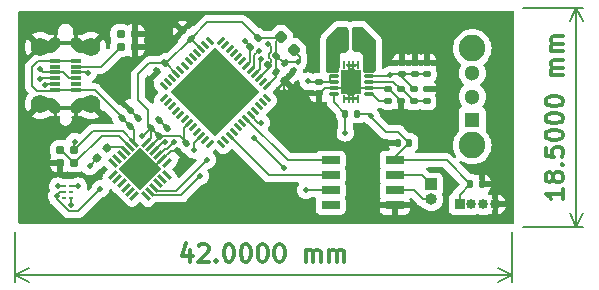
<source format=gbr>
%TF.GenerationSoftware,KiCad,Pcbnew,8.0.6*%
%TF.CreationDate,2025-01-20T01:55:32+01:00*%
%TF.ProjectId,Thermometer_CD_Project,54686572-6d6f-46d6-9574-65725f43445f,rev?*%
%TF.SameCoordinates,Original*%
%TF.FileFunction,Copper,L1,Top*%
%TF.FilePolarity,Positive*%
%FSLAX46Y46*%
G04 Gerber Fmt 4.6, Leading zero omitted, Abs format (unit mm)*
G04 Created by KiCad (PCBNEW 8.0.6) date 2025-01-20 01:55:32*
%MOMM*%
%LPD*%
G01*
G04 APERTURE LIST*
G04 Aperture macros list*
%AMRoundRect*
0 Rectangle with rounded corners*
0 $1 Rounding radius*
0 $2 $3 $4 $5 $6 $7 $8 $9 X,Y pos of 4 corners*
0 Add a 4 corners polygon primitive as box body*
4,1,4,$2,$3,$4,$5,$6,$7,$8,$9,$2,$3,0*
0 Add four circle primitives for the rounded corners*
1,1,$1+$1,$2,$3*
1,1,$1+$1,$4,$5*
1,1,$1+$1,$6,$7*
1,1,$1+$1,$8,$9*
0 Add four rect primitives between the rounded corners*
20,1,$1+$1,$2,$3,$4,$5,0*
20,1,$1+$1,$4,$5,$6,$7,0*
20,1,$1+$1,$6,$7,$8,$9,0*
20,1,$1+$1,$8,$9,$2,$3,0*%
%AMRotRect*
0 Rectangle, with rotation*
0 The origin of the aperture is its center*
0 $1 length*
0 $2 width*
0 $3 Rotation angle, in degrees counterclockwise*
0 Add horizontal line*
21,1,$1,$2,0,0,$3*%
G04 Aperture macros list end*
%ADD10C,0.300000*%
%TA.AperFunction,NonConductor*%
%ADD11C,0.300000*%
%TD*%
%TA.AperFunction,NonConductor*%
%ADD12C,0.200000*%
%TD*%
%TA.AperFunction,SMDPad,CuDef*%
%ADD13RoundRect,0.140000X-0.170000X0.140000X-0.170000X-0.140000X0.170000X-0.140000X0.170000X0.140000X0*%
%TD*%
%TA.AperFunction,SMDPad,CuDef*%
%ADD14RoundRect,0.160000X-0.026517X-0.252791X0.252791X0.026517X0.026517X0.252791X-0.252791X-0.026517X0*%
%TD*%
%TA.AperFunction,SMDPad,CuDef*%
%ADD15RoundRect,0.140000X0.021213X-0.219203X0.219203X-0.021213X-0.021213X0.219203X-0.219203X0.021213X0*%
%TD*%
%TA.AperFunction,SMDPad,CuDef*%
%ADD16RoundRect,0.140000X0.219203X0.021213X0.021213X0.219203X-0.219203X-0.021213X-0.021213X-0.219203X0*%
%TD*%
%TA.AperFunction,ComponentPad*%
%ADD17C,1.560000*%
%TD*%
%TA.AperFunction,SMDPad,CuDef*%
%ADD18R,0.870000X0.300000*%
%TD*%
%TA.AperFunction,SMDPad,CuDef*%
%ADD19R,0.350000X0.200000*%
%TD*%
%TA.AperFunction,SMDPad,CuDef*%
%ADD20R,0.300000X0.200000*%
%TD*%
%TA.AperFunction,ComponentPad*%
%ADD21R,1.000000X1.000000*%
%TD*%
%TA.AperFunction,ComponentPad*%
%ADD22O,1.000000X1.000000*%
%TD*%
%TA.AperFunction,SMDPad,CuDef*%
%ADD23R,0.280000X0.280000*%
%TD*%
%TA.AperFunction,SMDPad,CuDef*%
%ADD24O,0.850000X0.280000*%
%TD*%
%TA.AperFunction,SMDPad,CuDef*%
%ADD25R,0.230000X0.600000*%
%TD*%
%TA.AperFunction,SMDPad,CuDef*%
%ADD26R,0.250000X0.700000*%
%TD*%
%TA.AperFunction,ComponentPad*%
%ADD27C,0.600000*%
%TD*%
%TA.AperFunction,SMDPad,CuDef*%
%ADD28R,0.650000X0.900000*%
%TD*%
%TA.AperFunction,SMDPad,CuDef*%
%ADD29R,1.700000X2.150000*%
%TD*%
%TA.AperFunction,SMDPad,CuDef*%
%ADD30RoundRect,0.135000X-0.035355X0.226274X-0.226274X0.035355X0.035355X-0.226274X0.226274X-0.035355X0*%
%TD*%
%TA.AperFunction,SMDPad,CuDef*%
%ADD31RoundRect,0.160000X0.197500X0.160000X-0.197500X0.160000X-0.197500X-0.160000X0.197500X-0.160000X0*%
%TD*%
%TA.AperFunction,SMDPad,CuDef*%
%ADD32RoundRect,0.140000X0.170000X-0.140000X0.170000X0.140000X-0.170000X0.140000X-0.170000X-0.140000X0*%
%TD*%
%TA.AperFunction,SMDPad,CuDef*%
%ADD33RoundRect,0.140000X-0.219203X-0.021213X-0.021213X-0.219203X0.219203X0.021213X0.021213X0.219203X0*%
%TD*%
%TA.AperFunction,SMDPad,CuDef*%
%ADD34RoundRect,0.140000X-0.021213X0.219203X-0.219203X0.021213X0.021213X-0.219203X0.219203X-0.021213X0*%
%TD*%
%TA.AperFunction,SMDPad,CuDef*%
%ADD35RoundRect,0.062500X-0.282843X0.194454X0.194454X-0.282843X0.282843X-0.194454X-0.194454X0.282843X0*%
%TD*%
%TA.AperFunction,SMDPad,CuDef*%
%ADD36RoundRect,0.062500X-0.282843X-0.194454X-0.194454X-0.282843X0.282843X0.194454X0.194454X0.282843X0*%
%TD*%
%TA.AperFunction,HeatsinkPad*%
%ADD37RotRect,5.300000X5.300000X315.000000*%
%TD*%
%TA.AperFunction,SMDPad,CuDef*%
%ADD38RoundRect,0.135000X0.185000X-0.135000X0.185000X0.135000X-0.185000X0.135000X-0.185000X-0.135000X0*%
%TD*%
%TA.AperFunction,ComponentPad*%
%ADD39R,0.850000X0.850000*%
%TD*%
%TA.AperFunction,ComponentPad*%
%ADD40O,0.850000X0.850000*%
%TD*%
%TA.AperFunction,SMDPad,CuDef*%
%ADD41R,1.525000X0.650000*%
%TD*%
%TA.AperFunction,SMDPad,CuDef*%
%ADD42R,0.700000X1.600000*%
%TD*%
%TA.AperFunction,SMDPad,CuDef*%
%ADD43RoundRect,0.135000X-0.185000X0.135000X-0.185000X-0.135000X0.185000X-0.135000X0.185000X0.135000X0*%
%TD*%
%TA.AperFunction,SMDPad,CuDef*%
%ADD44RotRect,0.300000X0.850000X315.000000*%
%TD*%
%TA.AperFunction,SMDPad,CuDef*%
%ADD45RotRect,0.300000X0.850000X225.000000*%
%TD*%
%TA.AperFunction,SMDPad,CuDef*%
%ADD46RotRect,2.550000X2.550000X225.000000*%
%TD*%
%TA.AperFunction,SMDPad,CuDef*%
%ADD47RoundRect,0.135000X0.135000X0.185000X-0.135000X0.185000X-0.135000X-0.185000X0.135000X-0.185000X0*%
%TD*%
%TA.AperFunction,SMDPad,CuDef*%
%ADD48RoundRect,0.218750X0.335876X0.026517X0.026517X0.335876X-0.335876X-0.026517X-0.026517X-0.335876X0*%
%TD*%
%TA.AperFunction,SMDPad,CuDef*%
%ADD49RoundRect,0.140000X-0.140000X-0.170000X0.140000X-0.170000X0.140000X0.170000X-0.140000X0.170000X0*%
%TD*%
%TA.AperFunction,SMDPad,CuDef*%
%ADD50RoundRect,0.140000X0.140000X0.170000X-0.140000X0.170000X-0.140000X-0.170000X0.140000X-0.170000X0*%
%TD*%
%TA.AperFunction,ComponentPad*%
%ADD51R,1.300000X1.300000*%
%TD*%
%TA.AperFunction,ComponentPad*%
%ADD52C,1.300000*%
%TD*%
%TA.AperFunction,ComponentPad*%
%ADD53C,2.250000*%
%TD*%
%TA.AperFunction,ViaPad*%
%ADD54C,0.500000*%
%TD*%
%TA.AperFunction,Conductor*%
%ADD55C,0.200000*%
%TD*%
%TA.AperFunction,Conductor*%
%ADD56C,1.000000*%
%TD*%
G04 APERTURE END LIST*
D10*
D11*
X152985716Y-102978328D02*
X152985716Y-103978328D01*
X152628573Y-102406900D02*
X152271430Y-103478328D01*
X152271430Y-103478328D02*
X153200001Y-103478328D01*
X153700001Y-102621185D02*
X153771429Y-102549757D01*
X153771429Y-102549757D02*
X153914287Y-102478328D01*
X153914287Y-102478328D02*
X154271429Y-102478328D01*
X154271429Y-102478328D02*
X154414287Y-102549757D01*
X154414287Y-102549757D02*
X154485715Y-102621185D01*
X154485715Y-102621185D02*
X154557144Y-102764042D01*
X154557144Y-102764042D02*
X154557144Y-102906900D01*
X154557144Y-102906900D02*
X154485715Y-103121185D01*
X154485715Y-103121185D02*
X153628572Y-103978328D01*
X153628572Y-103978328D02*
X154557144Y-103978328D01*
X155200000Y-103835471D02*
X155271429Y-103906900D01*
X155271429Y-103906900D02*
X155200000Y-103978328D01*
X155200000Y-103978328D02*
X155128572Y-103906900D01*
X155128572Y-103906900D02*
X155200000Y-103835471D01*
X155200000Y-103835471D02*
X155200000Y-103978328D01*
X156200001Y-102478328D02*
X156342858Y-102478328D01*
X156342858Y-102478328D02*
X156485715Y-102549757D01*
X156485715Y-102549757D02*
X156557144Y-102621185D01*
X156557144Y-102621185D02*
X156628572Y-102764042D01*
X156628572Y-102764042D02*
X156700001Y-103049757D01*
X156700001Y-103049757D02*
X156700001Y-103406900D01*
X156700001Y-103406900D02*
X156628572Y-103692614D01*
X156628572Y-103692614D02*
X156557144Y-103835471D01*
X156557144Y-103835471D02*
X156485715Y-103906900D01*
X156485715Y-103906900D02*
X156342858Y-103978328D01*
X156342858Y-103978328D02*
X156200001Y-103978328D01*
X156200001Y-103978328D02*
X156057144Y-103906900D01*
X156057144Y-103906900D02*
X155985715Y-103835471D01*
X155985715Y-103835471D02*
X155914286Y-103692614D01*
X155914286Y-103692614D02*
X155842858Y-103406900D01*
X155842858Y-103406900D02*
X155842858Y-103049757D01*
X155842858Y-103049757D02*
X155914286Y-102764042D01*
X155914286Y-102764042D02*
X155985715Y-102621185D01*
X155985715Y-102621185D02*
X156057144Y-102549757D01*
X156057144Y-102549757D02*
X156200001Y-102478328D01*
X157628572Y-102478328D02*
X157771429Y-102478328D01*
X157771429Y-102478328D02*
X157914286Y-102549757D01*
X157914286Y-102549757D02*
X157985715Y-102621185D01*
X157985715Y-102621185D02*
X158057143Y-102764042D01*
X158057143Y-102764042D02*
X158128572Y-103049757D01*
X158128572Y-103049757D02*
X158128572Y-103406900D01*
X158128572Y-103406900D02*
X158057143Y-103692614D01*
X158057143Y-103692614D02*
X157985715Y-103835471D01*
X157985715Y-103835471D02*
X157914286Y-103906900D01*
X157914286Y-103906900D02*
X157771429Y-103978328D01*
X157771429Y-103978328D02*
X157628572Y-103978328D01*
X157628572Y-103978328D02*
X157485715Y-103906900D01*
X157485715Y-103906900D02*
X157414286Y-103835471D01*
X157414286Y-103835471D02*
X157342857Y-103692614D01*
X157342857Y-103692614D02*
X157271429Y-103406900D01*
X157271429Y-103406900D02*
X157271429Y-103049757D01*
X157271429Y-103049757D02*
X157342857Y-102764042D01*
X157342857Y-102764042D02*
X157414286Y-102621185D01*
X157414286Y-102621185D02*
X157485715Y-102549757D01*
X157485715Y-102549757D02*
X157628572Y-102478328D01*
X159057143Y-102478328D02*
X159200000Y-102478328D01*
X159200000Y-102478328D02*
X159342857Y-102549757D01*
X159342857Y-102549757D02*
X159414286Y-102621185D01*
X159414286Y-102621185D02*
X159485714Y-102764042D01*
X159485714Y-102764042D02*
X159557143Y-103049757D01*
X159557143Y-103049757D02*
X159557143Y-103406900D01*
X159557143Y-103406900D02*
X159485714Y-103692614D01*
X159485714Y-103692614D02*
X159414286Y-103835471D01*
X159414286Y-103835471D02*
X159342857Y-103906900D01*
X159342857Y-103906900D02*
X159200000Y-103978328D01*
X159200000Y-103978328D02*
X159057143Y-103978328D01*
X159057143Y-103978328D02*
X158914286Y-103906900D01*
X158914286Y-103906900D02*
X158842857Y-103835471D01*
X158842857Y-103835471D02*
X158771428Y-103692614D01*
X158771428Y-103692614D02*
X158700000Y-103406900D01*
X158700000Y-103406900D02*
X158700000Y-103049757D01*
X158700000Y-103049757D02*
X158771428Y-102764042D01*
X158771428Y-102764042D02*
X158842857Y-102621185D01*
X158842857Y-102621185D02*
X158914286Y-102549757D01*
X158914286Y-102549757D02*
X159057143Y-102478328D01*
X160485714Y-102478328D02*
X160628571Y-102478328D01*
X160628571Y-102478328D02*
X160771428Y-102549757D01*
X160771428Y-102549757D02*
X160842857Y-102621185D01*
X160842857Y-102621185D02*
X160914285Y-102764042D01*
X160914285Y-102764042D02*
X160985714Y-103049757D01*
X160985714Y-103049757D02*
X160985714Y-103406900D01*
X160985714Y-103406900D02*
X160914285Y-103692614D01*
X160914285Y-103692614D02*
X160842857Y-103835471D01*
X160842857Y-103835471D02*
X160771428Y-103906900D01*
X160771428Y-103906900D02*
X160628571Y-103978328D01*
X160628571Y-103978328D02*
X160485714Y-103978328D01*
X160485714Y-103978328D02*
X160342857Y-103906900D01*
X160342857Y-103906900D02*
X160271428Y-103835471D01*
X160271428Y-103835471D02*
X160199999Y-103692614D01*
X160199999Y-103692614D02*
X160128571Y-103406900D01*
X160128571Y-103406900D02*
X160128571Y-103049757D01*
X160128571Y-103049757D02*
X160199999Y-102764042D01*
X160199999Y-102764042D02*
X160271428Y-102621185D01*
X160271428Y-102621185D02*
X160342857Y-102549757D01*
X160342857Y-102549757D02*
X160485714Y-102478328D01*
X162771427Y-103978328D02*
X162771427Y-102978328D01*
X162771427Y-103121185D02*
X162842856Y-103049757D01*
X162842856Y-103049757D02*
X162985713Y-102978328D01*
X162985713Y-102978328D02*
X163199999Y-102978328D01*
X163199999Y-102978328D02*
X163342856Y-103049757D01*
X163342856Y-103049757D02*
X163414285Y-103192614D01*
X163414285Y-103192614D02*
X163414285Y-103978328D01*
X163414285Y-103192614D02*
X163485713Y-103049757D01*
X163485713Y-103049757D02*
X163628570Y-102978328D01*
X163628570Y-102978328D02*
X163842856Y-102978328D01*
X163842856Y-102978328D02*
X163985713Y-103049757D01*
X163985713Y-103049757D02*
X164057142Y-103192614D01*
X164057142Y-103192614D02*
X164057142Y-103978328D01*
X164771427Y-103978328D02*
X164771427Y-102978328D01*
X164771427Y-103121185D02*
X164842856Y-103049757D01*
X164842856Y-103049757D02*
X164985713Y-102978328D01*
X164985713Y-102978328D02*
X165199999Y-102978328D01*
X165199999Y-102978328D02*
X165342856Y-103049757D01*
X165342856Y-103049757D02*
X165414285Y-103192614D01*
X165414285Y-103192614D02*
X165414285Y-103978328D01*
X165414285Y-103192614D02*
X165485713Y-103049757D01*
X165485713Y-103049757D02*
X165628570Y-102978328D01*
X165628570Y-102978328D02*
X165842856Y-102978328D01*
X165842856Y-102978328D02*
X165985713Y-103049757D01*
X165985713Y-103049757D02*
X166057142Y-103192614D01*
X166057142Y-103192614D02*
X166057142Y-103978328D01*
D12*
X180200000Y-101500000D02*
X180200000Y-105686420D01*
X138200000Y-101500000D02*
X138200000Y-105686420D01*
X180200000Y-105100000D02*
X138200000Y-105100000D01*
X180200000Y-105100000D02*
X138200000Y-105100000D01*
X180200000Y-105100000D02*
X179073496Y-105686421D01*
X180200000Y-105100000D02*
X179073496Y-104513579D01*
X138200000Y-105100000D02*
X139326504Y-104513579D01*
X138200000Y-105100000D02*
X139326504Y-105686421D01*
D10*
D11*
X184578328Y-97821426D02*
X184578328Y-98678569D01*
X184578328Y-98249998D02*
X183078328Y-98249998D01*
X183078328Y-98249998D02*
X183292614Y-98392855D01*
X183292614Y-98392855D02*
X183435471Y-98535712D01*
X183435471Y-98535712D02*
X183506900Y-98678569D01*
X183721185Y-96964284D02*
X183649757Y-97107141D01*
X183649757Y-97107141D02*
X183578328Y-97178570D01*
X183578328Y-97178570D02*
X183435471Y-97249998D01*
X183435471Y-97249998D02*
X183364042Y-97249998D01*
X183364042Y-97249998D02*
X183221185Y-97178570D01*
X183221185Y-97178570D02*
X183149757Y-97107141D01*
X183149757Y-97107141D02*
X183078328Y-96964284D01*
X183078328Y-96964284D02*
X183078328Y-96678570D01*
X183078328Y-96678570D02*
X183149757Y-96535713D01*
X183149757Y-96535713D02*
X183221185Y-96464284D01*
X183221185Y-96464284D02*
X183364042Y-96392855D01*
X183364042Y-96392855D02*
X183435471Y-96392855D01*
X183435471Y-96392855D02*
X183578328Y-96464284D01*
X183578328Y-96464284D02*
X183649757Y-96535713D01*
X183649757Y-96535713D02*
X183721185Y-96678570D01*
X183721185Y-96678570D02*
X183721185Y-96964284D01*
X183721185Y-96964284D02*
X183792614Y-97107141D01*
X183792614Y-97107141D02*
X183864042Y-97178570D01*
X183864042Y-97178570D02*
X184006900Y-97249998D01*
X184006900Y-97249998D02*
X184292614Y-97249998D01*
X184292614Y-97249998D02*
X184435471Y-97178570D01*
X184435471Y-97178570D02*
X184506900Y-97107141D01*
X184506900Y-97107141D02*
X184578328Y-96964284D01*
X184578328Y-96964284D02*
X184578328Y-96678570D01*
X184578328Y-96678570D02*
X184506900Y-96535713D01*
X184506900Y-96535713D02*
X184435471Y-96464284D01*
X184435471Y-96464284D02*
X184292614Y-96392855D01*
X184292614Y-96392855D02*
X184006900Y-96392855D01*
X184006900Y-96392855D02*
X183864042Y-96464284D01*
X183864042Y-96464284D02*
X183792614Y-96535713D01*
X183792614Y-96535713D02*
X183721185Y-96678570D01*
X184435471Y-95749999D02*
X184506900Y-95678570D01*
X184506900Y-95678570D02*
X184578328Y-95749999D01*
X184578328Y-95749999D02*
X184506900Y-95821427D01*
X184506900Y-95821427D02*
X184435471Y-95749999D01*
X184435471Y-95749999D02*
X184578328Y-95749999D01*
X183078328Y-94321427D02*
X183078328Y-95035713D01*
X183078328Y-95035713D02*
X183792614Y-95107141D01*
X183792614Y-95107141D02*
X183721185Y-95035713D01*
X183721185Y-95035713D02*
X183649757Y-94892856D01*
X183649757Y-94892856D02*
X183649757Y-94535713D01*
X183649757Y-94535713D02*
X183721185Y-94392856D01*
X183721185Y-94392856D02*
X183792614Y-94321427D01*
X183792614Y-94321427D02*
X183935471Y-94249998D01*
X183935471Y-94249998D02*
X184292614Y-94249998D01*
X184292614Y-94249998D02*
X184435471Y-94321427D01*
X184435471Y-94321427D02*
X184506900Y-94392856D01*
X184506900Y-94392856D02*
X184578328Y-94535713D01*
X184578328Y-94535713D02*
X184578328Y-94892856D01*
X184578328Y-94892856D02*
X184506900Y-95035713D01*
X184506900Y-95035713D02*
X184435471Y-95107141D01*
X183078328Y-93321427D02*
X183078328Y-93178570D01*
X183078328Y-93178570D02*
X183149757Y-93035713D01*
X183149757Y-93035713D02*
X183221185Y-92964285D01*
X183221185Y-92964285D02*
X183364042Y-92892856D01*
X183364042Y-92892856D02*
X183649757Y-92821427D01*
X183649757Y-92821427D02*
X184006900Y-92821427D01*
X184006900Y-92821427D02*
X184292614Y-92892856D01*
X184292614Y-92892856D02*
X184435471Y-92964285D01*
X184435471Y-92964285D02*
X184506900Y-93035713D01*
X184506900Y-93035713D02*
X184578328Y-93178570D01*
X184578328Y-93178570D02*
X184578328Y-93321427D01*
X184578328Y-93321427D02*
X184506900Y-93464285D01*
X184506900Y-93464285D02*
X184435471Y-93535713D01*
X184435471Y-93535713D02*
X184292614Y-93607142D01*
X184292614Y-93607142D02*
X184006900Y-93678570D01*
X184006900Y-93678570D02*
X183649757Y-93678570D01*
X183649757Y-93678570D02*
X183364042Y-93607142D01*
X183364042Y-93607142D02*
X183221185Y-93535713D01*
X183221185Y-93535713D02*
X183149757Y-93464285D01*
X183149757Y-93464285D02*
X183078328Y-93321427D01*
X183078328Y-91892856D02*
X183078328Y-91749999D01*
X183078328Y-91749999D02*
X183149757Y-91607142D01*
X183149757Y-91607142D02*
X183221185Y-91535714D01*
X183221185Y-91535714D02*
X183364042Y-91464285D01*
X183364042Y-91464285D02*
X183649757Y-91392856D01*
X183649757Y-91392856D02*
X184006900Y-91392856D01*
X184006900Y-91392856D02*
X184292614Y-91464285D01*
X184292614Y-91464285D02*
X184435471Y-91535714D01*
X184435471Y-91535714D02*
X184506900Y-91607142D01*
X184506900Y-91607142D02*
X184578328Y-91749999D01*
X184578328Y-91749999D02*
X184578328Y-91892856D01*
X184578328Y-91892856D02*
X184506900Y-92035714D01*
X184506900Y-92035714D02*
X184435471Y-92107142D01*
X184435471Y-92107142D02*
X184292614Y-92178571D01*
X184292614Y-92178571D02*
X184006900Y-92249999D01*
X184006900Y-92249999D02*
X183649757Y-92249999D01*
X183649757Y-92249999D02*
X183364042Y-92178571D01*
X183364042Y-92178571D02*
X183221185Y-92107142D01*
X183221185Y-92107142D02*
X183149757Y-92035714D01*
X183149757Y-92035714D02*
X183078328Y-91892856D01*
X183078328Y-90464285D02*
X183078328Y-90321428D01*
X183078328Y-90321428D02*
X183149757Y-90178571D01*
X183149757Y-90178571D02*
X183221185Y-90107143D01*
X183221185Y-90107143D02*
X183364042Y-90035714D01*
X183364042Y-90035714D02*
X183649757Y-89964285D01*
X183649757Y-89964285D02*
X184006900Y-89964285D01*
X184006900Y-89964285D02*
X184292614Y-90035714D01*
X184292614Y-90035714D02*
X184435471Y-90107143D01*
X184435471Y-90107143D02*
X184506900Y-90178571D01*
X184506900Y-90178571D02*
X184578328Y-90321428D01*
X184578328Y-90321428D02*
X184578328Y-90464285D01*
X184578328Y-90464285D02*
X184506900Y-90607143D01*
X184506900Y-90607143D02*
X184435471Y-90678571D01*
X184435471Y-90678571D02*
X184292614Y-90750000D01*
X184292614Y-90750000D02*
X184006900Y-90821428D01*
X184006900Y-90821428D02*
X183649757Y-90821428D01*
X183649757Y-90821428D02*
X183364042Y-90750000D01*
X183364042Y-90750000D02*
X183221185Y-90678571D01*
X183221185Y-90678571D02*
X183149757Y-90607143D01*
X183149757Y-90607143D02*
X183078328Y-90464285D01*
X184578328Y-88178572D02*
X183578328Y-88178572D01*
X183721185Y-88178572D02*
X183649757Y-88107143D01*
X183649757Y-88107143D02*
X183578328Y-87964286D01*
X183578328Y-87964286D02*
X183578328Y-87750000D01*
X183578328Y-87750000D02*
X183649757Y-87607143D01*
X183649757Y-87607143D02*
X183792614Y-87535715D01*
X183792614Y-87535715D02*
X184578328Y-87535715D01*
X183792614Y-87535715D02*
X183649757Y-87464286D01*
X183649757Y-87464286D02*
X183578328Y-87321429D01*
X183578328Y-87321429D02*
X183578328Y-87107143D01*
X183578328Y-87107143D02*
X183649757Y-86964286D01*
X183649757Y-86964286D02*
X183792614Y-86892857D01*
X183792614Y-86892857D02*
X184578328Y-86892857D01*
X184578328Y-86178572D02*
X183578328Y-86178572D01*
X183721185Y-86178572D02*
X183649757Y-86107143D01*
X183649757Y-86107143D02*
X183578328Y-85964286D01*
X183578328Y-85964286D02*
X183578328Y-85750000D01*
X183578328Y-85750000D02*
X183649757Y-85607143D01*
X183649757Y-85607143D02*
X183792614Y-85535715D01*
X183792614Y-85535715D02*
X184578328Y-85535715D01*
X183792614Y-85535715D02*
X183649757Y-85464286D01*
X183649757Y-85464286D02*
X183578328Y-85321429D01*
X183578328Y-85321429D02*
X183578328Y-85107143D01*
X183578328Y-85107143D02*
X183649757Y-84964286D01*
X183649757Y-84964286D02*
X183792614Y-84892857D01*
X183792614Y-84892857D02*
X184578328Y-84892857D01*
D12*
X181200000Y-101000000D02*
X186286420Y-101000000D01*
X181200000Y-82500000D02*
X186286420Y-82500000D01*
X185700000Y-101000000D02*
X185700000Y-82500000D01*
X185700000Y-101000000D02*
X185700000Y-82500000D01*
X185700000Y-101000000D02*
X185113579Y-99873496D01*
X185700000Y-101000000D02*
X186286421Y-99873496D01*
X185700000Y-82500000D02*
X186286421Y-83626504D01*
X185700000Y-82500000D02*
X185113579Y-83626504D01*
D13*
%TO.P,C7,1*%
%TO.N,Net-(S1-COM)*%
X163900000Y-88750000D03*
%TO.P,C7,2*%
%TO.N,GND*%
X163900000Y-89710000D03*
%TD*%
D14*
%TO.P,R8,1*%
%TO.N,+3V3*%
X145123950Y-95221024D03*
%TO.P,R8,2*%
%TO.N,Net-(IC2-RSTB)*%
X145968942Y-94376032D03*
%TD*%
D15*
%TO.P,C17,1*%
%TO.N,VBUS*%
X147221178Y-91778822D03*
%TO.P,C17,2*%
%TO.N,GND*%
X147900000Y-91100000D03*
%TD*%
D16*
%TO.P,C1,1*%
%TO.N,+3V3*%
X153039554Y-85106030D03*
%TO.P,C1,2*%
%TO.N,GND*%
X152360732Y-84427208D03*
%TD*%
D13*
%TO.P,C9,1*%
%TO.N,Net-(U4-FB)*%
X170820000Y-89370000D03*
%TO.P,C9,2*%
%TO.N,GND*%
X170820000Y-90330000D03*
%TD*%
D17*
%TO.P,J3,1,MH1*%
%TO.N,GND*%
X140300000Y-90600000D03*
%TO.P,J3,2,MH2*%
X140300000Y-85800000D03*
%TO.P,J3,3,MH3*%
X144600000Y-90600000D03*
%TO.P,J3,4,MH4*%
X144600000Y-85800000D03*
D18*
%TO.P,J3,A1,GND_1*%
X141585000Y-90950000D03*
%TO.P,J3,A4,VBUS_1*%
%TO.N,VBUS*%
X141585000Y-89450000D03*
%TO.P,J3,A5,CC1*%
%TO.N,Net-(J3-CC1)*%
X141585000Y-88950000D03*
%TO.P,J3,A6,DP1*%
%TO.N,/connectors/D+*%
X141585000Y-88450000D03*
%TO.P,J3,A7,DN1*%
%TO.N,/connectors/D-*%
X141585000Y-87950000D03*
%TO.P,J3,A8,SBU1*%
%TO.N,unconnected-(J3-SBU1-PadA8)*%
X141585000Y-87450000D03*
%TO.P,J3,A9,VBUS_2*%
%TO.N,VBUS*%
X141585000Y-86950000D03*
%TO.P,J3,A12,GND_2*%
%TO.N,GND*%
X141585000Y-85450000D03*
%TO.P,J3,B1,GND_3*%
X143315000Y-85450000D03*
%TO.P,J3,B4,VBUS_3*%
%TO.N,VBUS*%
X143315000Y-86950000D03*
%TO.P,J3,B5,CC2*%
%TO.N,Net-(J3-CC2)*%
X143315000Y-87450000D03*
%TO.P,J3,B6,DP2*%
%TO.N,/connectors/D+*%
X143315000Y-87950000D03*
%TO.P,J3,B7,DN2*%
%TO.N,/connectors/D-*%
X143315000Y-88450000D03*
%TO.P,J3,B8,SBU2*%
%TO.N,unconnected-(J3-SBU2-PadB8)*%
X143315000Y-88950000D03*
%TO.P,J3,B9,VBUS_4*%
%TO.N,VBUS*%
X143315000Y-89450000D03*
%TO.P,J3,B12,GND_4*%
%TO.N,GND*%
X143315000Y-90950000D03*
%TD*%
D19*
%TO.P,IC3,1,D+*%
%TO.N,/connectors/D+*%
X142325000Y-97600000D03*
D20*
%TO.P,IC3,2,D-_*%
%TO.N,/connectors/D-*%
X142300000Y-98100000D03*
%TO.P,IC3,3,ID*%
%TO.N,unconnected-(IC3-ID-Pad3)*%
X142300000Y-98600000D03*
%TO.P,IC3,4,GND*%
%TO.N,GND*%
X142900000Y-98600000D03*
%TO.P,IC3,5,N.C.*%
%TO.N,unconnected-(IC3-N.C.-Pad5)*%
X142900000Y-98100000D03*
%TO.P,IC3,6,VBUS*%
%TO.N,VBUS*%
X142900000Y-97600000D03*
%TD*%
D21*
%TO.P,J1,1,Pin_1*%
%TO.N,/thermocouple/T+*%
X173400000Y-97430000D03*
D22*
%TO.P,J1,2,Pin_2*%
%TO.N,/thermocouple/T-*%
X173400000Y-98700000D03*
%TD*%
D23*
%TO.P,U4,1,L1*%
%TO.N,Net-(U4-L1)*%
X164861000Y-87750000D03*
D24*
X165146000Y-87750000D03*
D23*
%TO.P,U4,2,VIN*%
%TO.N,Net-(S1-COM)*%
X164861000Y-88250000D03*
D24*
X165146000Y-88250000D03*
D23*
%TO.P,U4,3,EN*%
X164861000Y-88750000D03*
D24*
X165146000Y-88750000D03*
D23*
%TO.P,U4,4,PS/SYNC*%
%TO.N,GND*%
X164861000Y-89250000D03*
D24*
X165146000Y-89250000D03*
D23*
%TO.P,U4,5,PG*%
%TO.N,/PwrG*%
X164861000Y-89750000D03*
D24*
X165146000Y-89750000D03*
%TO.P,U4,6,VAUX*%
%TO.N,Net-(U4-VAUX)*%
X168096000Y-89750000D03*
D23*
X168381000Y-89750000D03*
D24*
%TO.P,U4,7,GND*%
%TO.N,GND*%
X168096000Y-89250000D03*
D23*
X168381000Y-89250000D03*
D24*
%TO.P,U4,8,FB*%
%TO.N,Net-(U4-FB)*%
X168096000Y-88750000D03*
D23*
X168381000Y-88750000D03*
D24*
%TO.P,U4,9,VOUT*%
%TO.N,+3V3*%
X168096000Y-88250000D03*
D23*
X168381000Y-88250000D03*
D24*
%TO.P,U4,10,L2*%
%TO.N,Net-(U4-L2)*%
X168096000Y-87750000D03*
D23*
X168381000Y-87750000D03*
D25*
%TO.P,U4,11,PGND*%
%TO.N,GND*%
X166021000Y-87325000D03*
D26*
X166021000Y-87325000D03*
D25*
X166021000Y-90175000D03*
D26*
X166021000Y-90175000D03*
D27*
X166121000Y-88250000D03*
X166121000Y-89250000D03*
D28*
X166186000Y-88190000D03*
X166186000Y-89310000D03*
D25*
X166421000Y-87325000D03*
D26*
X166421000Y-87325000D03*
D25*
X166421000Y-90175000D03*
D26*
X166421000Y-90175000D03*
D27*
X166621000Y-88750000D03*
D29*
X166621000Y-88750000D03*
D25*
X166821000Y-87325000D03*
D26*
X166821000Y-87325000D03*
D25*
X166821000Y-90175000D03*
D26*
X166821000Y-90175000D03*
D28*
X167056000Y-88190000D03*
X167056000Y-89310000D03*
D27*
X167121000Y-88250000D03*
X167121000Y-89250000D03*
D25*
X167221000Y-87325000D03*
D26*
X167221000Y-87325000D03*
D25*
X167221000Y-90175000D03*
D26*
X167221000Y-90175000D03*
%TD*%
D30*
%TO.P,R4,1*%
%TO.N,+3V3*%
X158760624Y-85039376D03*
%TO.P,R4,2*%
%TO.N,Net-(U2-IO21)*%
X158039376Y-85760624D03*
%TD*%
%TO.P,R5,1*%
%TO.N,+3V3*%
X160286899Y-86565508D03*
%TO.P,R5,2*%
%TO.N,Net-(U2-IO22)*%
X159565651Y-87286756D03*
%TD*%
D31*
%TO.P,R9,1*%
%TO.N,VBUS*%
X143197500Y-94500000D03*
%TO.P,R9,2*%
%TO.N,Net-(IC2-VBUS)*%
X142002500Y-94500000D03*
%TD*%
D15*
%TO.P,C15,1*%
%TO.N,+3V3*%
X149640589Y-92639411D03*
%TO.P,C15,2*%
%TO.N,GND*%
X150319411Y-91960589D03*
%TD*%
D32*
%TO.P,C12,1*%
%TO.N,+3V3*%
X173040000Y-88100000D03*
%TO.P,C12,2*%
%TO.N,GND*%
X173040000Y-87140000D03*
%TD*%
D33*
%TO.P,C5,1*%
%TO.N,+3V3*%
X161021321Y-87187797D03*
%TO.P,C5,2*%
%TO.N,GND*%
X161700143Y-87866619D03*
%TD*%
D32*
%TO.P,C10,1*%
%TO.N,+3V3*%
X170890000Y-88110000D03*
%TO.P,C10,2*%
%TO.N,GND*%
X170890000Y-87150000D03*
%TD*%
D34*
%TO.P,C2,1*%
%TO.N,+3V3*%
X150889554Y-87177208D03*
%TO.P,C2,2*%
%TO.N,GND*%
X150210732Y-87856030D03*
%TD*%
D35*
%TO.P,U2,1,VDDA*%
%TO.N,unconnected-(U2-VDDA-Pad1)*%
X154638406Y-85249176D03*
%TO.P,U2,2,LNA_IN*%
%TO.N,unconnected-(U2-LNA_IN-Pad2)*%
X154284853Y-85602729D03*
%TO.P,U2,3,VDDA3P3*%
%TO.N,+3V3*%
X153931299Y-85956283D03*
%TO.P,U2,4,VDDA3P3*%
%TO.N,unconnected-(U2-VDDA3P3-Pad4)*%
X153577746Y-86309836D03*
%TO.P,U2,5,SENSOR_VP*%
%TO.N,unconnected-(U2-SENSOR_VP-Pad5)*%
X153224193Y-86663390D03*
%TO.P,U2,6,SENSOR_CAPP*%
%TO.N,unconnected-(U2-SENSOR_CAPP-Pad6)*%
X152870639Y-87016943D03*
%TO.P,U2,7,SENSOR_CAPN*%
%TO.N,unconnected-(U2-SENSOR_CAPN-Pad7)*%
X152517086Y-87370496D03*
%TO.P,U2,8,SENSOR_VN*%
%TO.N,unconnected-(U2-SENSOR_VN-Pad8)*%
X152163533Y-87724050D03*
%TO.P,U2,9,EN*%
%TO.N,+3V3*%
X151809979Y-88077603D03*
%TO.P,U2,10,IO34*%
%TO.N,unconnected-(U2-IO34-Pad10)*%
X151456426Y-88431156D03*
%TO.P,U2,11,IO35*%
%TO.N,unconnected-(U2-IO35-Pad11)*%
X151102872Y-88784710D03*
%TO.P,U2,12,IO32*%
%TO.N,unconnected-(U2-IO32-Pad12)*%
X150749319Y-89138263D03*
D36*
%TO.P,U2,13,IO33*%
%TO.N,unconnected-(U2-IO33-Pad13)*%
X150749319Y-90128213D03*
%TO.P,U2,14,IO25*%
%TO.N,unconnected-(U2-IO25-Pad14)*%
X151102872Y-90481766D03*
%TO.P,U2,15,IO26*%
%TO.N,unconnected-(U2-IO26-Pad15)*%
X151456426Y-90835320D03*
%TO.P,U2,16,IO27*%
%TO.N,unconnected-(U2-IO27-Pad16)*%
X151809979Y-91188873D03*
%TO.P,U2,17,IO14*%
%TO.N,unconnected-(U2-IO14-Pad17)*%
X152163533Y-91542426D03*
%TO.P,U2,18,IO12*%
%TO.N,unconnected-(U2-IO12-Pad18)*%
X152517086Y-91895980D03*
%TO.P,U2,19,VDD3P3_RTC*%
%TO.N,+3V3*%
X152870639Y-92249533D03*
%TO.P,U2,20,IO13*%
%TO.N,unconnected-(U2-IO13-Pad20)*%
X153224193Y-92603086D03*
%TO.P,U2,21,IO15*%
%TO.N,unconnected-(U2-IO15-Pad21)*%
X153577746Y-92956640D03*
%TO.P,U2,22,IO2*%
%TO.N,/PwrG*%
X153931299Y-93310193D03*
%TO.P,U2,23,IO0*%
%TO.N,unconnected-(U2-IO0-Pad23)*%
X154284853Y-93663747D03*
%TO.P,U2,24,IO4*%
%TO.N,unconnected-(U2-IO4-Pad24)*%
X154638406Y-94017300D03*
D35*
%TO.P,U2,25,IO16*%
%TO.N,unconnected-(U2-IO16-Pad25)*%
X155628356Y-94017300D03*
%TO.P,U2,26,VDD_SDIO*%
%TO.N,unconnected-(U2-VDD_SDIO-Pad26)*%
X155981909Y-93663747D03*
%TO.P,U2,27,IO17*%
%TO.N,/CS*%
X156335463Y-93310193D03*
%TO.P,U2,28,SD2/IO9*%
%TO.N,unconnected-(U2-SD2{slash}IO9-Pad28)*%
X156689016Y-92956640D03*
%TO.P,U2,29,SD3/IO10*%
%TO.N,unconnected-(U2-SD3{slash}IO10-Pad29)*%
X157042569Y-92603086D03*
%TO.P,U2,30,CMD*%
%TO.N,unconnected-(U2-CMD-Pad30)*%
X157396123Y-92249533D03*
%TO.P,U2,31,CLK*%
%TO.N,/CLK*%
X157749676Y-91895980D03*
%TO.P,U2,32,SD0*%
%TO.N,/MAX_SO*%
X158103229Y-91542426D03*
%TO.P,U2,33,SD1*%
%TO.N,unconnected-(U2-SD1-Pad33)*%
X158456783Y-91188873D03*
%TO.P,U2,34,IO5*%
%TO.N,unconnected-(U2-IO5-Pad34)*%
X158810336Y-90835320D03*
%TO.P,U2,35,IO18*%
%TO.N,unconnected-(U2-IO18-Pad35)*%
X159163890Y-90481766D03*
%TO.P,U2,36,IO23*%
%TO.N,unconnected-(U2-IO23-Pad36)*%
X159517443Y-90128213D03*
D36*
%TO.P,U2,37,VDD3P3_CPU*%
%TO.N,+3V3*%
X159517443Y-89138263D03*
%TO.P,U2,38,IO19*%
%TO.N,unconnected-(U2-IO19-Pad38)*%
X159163890Y-88784710D03*
%TO.P,U2,39,IO22*%
%TO.N,Net-(U2-IO22)*%
X158810336Y-88431156D03*
%TO.P,U2,40,U0RXD/IO3*%
%TO.N,/TXD_USB*%
X158456783Y-88077603D03*
%TO.P,U2,41,U0TXD/IO1*%
%TO.N,/RXD_USB*%
X158103229Y-87724050D03*
%TO.P,U2,42,IO21*%
%TO.N,Net-(U2-IO21)*%
X157749676Y-87370496D03*
%TO.P,U2,43,VDDA*%
%TO.N,unconnected-(U2-VDDA-Pad43)*%
X157396123Y-87016943D03*
%TO.P,U2,44,XTAL_N_NC*%
%TO.N,unconnected-(U2-XTAL_N_NC-Pad44)*%
X157042569Y-86663390D03*
%TO.P,U2,45,XTAL_P_NC*%
%TO.N,unconnected-(U2-XTAL_P_NC-Pad45)*%
X156689016Y-86309836D03*
%TO.P,U2,46,VDDA*%
%TO.N,unconnected-(U2-VDDA-Pad46)*%
X156335463Y-85956283D03*
%TO.P,U2,47,CAP2_NC*%
%TO.N,unconnected-(U2-CAP2_NC-Pad47)*%
X155981909Y-85602729D03*
%TO.P,U2,48,CAP1_NC*%
%TO.N,unconnected-(U2-CAP1_NC-Pad48)*%
X155628356Y-85249176D03*
D37*
%TO.P,U2,49,GND*%
%TO.N,GND*%
X155133381Y-89633238D03*
%TD*%
D32*
%TO.P,C11,1*%
%TO.N,+3V3*%
X172000000Y-88100000D03*
%TO.P,C11,2*%
%TO.N,GND*%
X172000000Y-87140000D03*
%TD*%
D38*
%TO.P,R2,1*%
%TO.N,Net-(U4-FB)*%
X173020000Y-90385000D03*
%TO.P,R2,2*%
%TO.N,GND*%
X173020000Y-89365000D03*
%TD*%
D31*
%TO.P,R7,1*%
%TO.N,GND*%
X148297500Y-85800000D03*
%TO.P,R7,2*%
%TO.N,Net-(J3-CC2)*%
X147102500Y-85800000D03*
%TD*%
D39*
%TO.P,U3,1,VDD*%
%TO.N,+3V3*%
X175800000Y-99100000D03*
D40*
%TO.P,U3,2,SCL*%
%TO.N,Net-(U2-IO22)*%
X176800000Y-99100000D03*
%TO.P,U3,3,SDA*%
%TO.N,Net-(U2-IO21)*%
X177800000Y-99100000D03*
%TO.P,U3,4,GND*%
%TO.N,GND*%
X178800000Y-99100000D03*
%TD*%
D31*
%TO.P,R6,1*%
%TO.N,GND*%
X148297500Y-84700000D03*
%TO.P,R6,2*%
%TO.N,Net-(J3-CC1)*%
X147102500Y-84700000D03*
%TD*%
D41*
%TO.P,IC1,1,GND*%
%TO.N,GND*%
X170312000Y-99205000D03*
%TO.P,IC1,2,T-*%
%TO.N,/thermocouple/T-*%
X170312000Y-97935000D03*
%TO.P,IC1,3,T+*%
%TO.N,/thermocouple/T+*%
X170312000Y-96665000D03*
%TO.P,IC1,4,VCC*%
%TO.N,+3V3*%
X170312000Y-95395000D03*
%TO.P,IC1,5,SCK*%
%TO.N,/CLK*%
X164888000Y-95395000D03*
%TO.P,IC1,6,~{CS}*%
%TO.N,/CS*%
X164888000Y-96665000D03*
%TO.P,IC1,7,SO*%
%TO.N,/MAX_SO*%
X164888000Y-97935000D03*
%TO.P,IC1,8,N.C.*%
%TO.N,unconnected-(IC1-N.C.-Pad8)*%
X164888000Y-99205000D03*
%TD*%
D42*
%TO.P,L2,1*%
%TO.N,Net-(U4-L1)*%
X165900000Y-85100000D03*
%TO.P,L2,2*%
%TO.N,Net-(U4-L2)*%
X167200000Y-85100000D03*
%TD*%
D43*
%TO.P,R1,1*%
%TO.N,+3V3*%
X171920000Y-89365000D03*
%TO.P,R1,2*%
%TO.N,Net-(U4-FB)*%
X171920000Y-90385000D03*
%TD*%
D16*
%TO.P,C6,1*%
%TO.N,GND*%
X160972792Y-88605887D03*
%TO.P,C6,2*%
%TO.N,+3V3*%
X160293970Y-87927065D03*
%TD*%
D44*
%TO.P,IC2,1,RI_/_CLK*%
%TO.N,unconnected-(IC2-RI_{slash}_CLK-Pad1)*%
X151000000Y-95655025D03*
%TO.P,IC2,2,GND_1*%
%TO.N,GND*%
X150646446Y-95301472D03*
%TO.P,IC2,3,D+*%
%TO.N,/connectors/D+*%
X150292893Y-94947918D03*
%TO.P,IC2,4,D-*%
%TO.N,/connectors/D-*%
X149939340Y-94594365D03*
%TO.P,IC2,5,VIO*%
%TO.N,+3V3*%
X149585786Y-94240812D03*
%TO.P,IC2,6,VDD*%
X149232233Y-93887258D03*
D45*
%TO.P,IC2,7,VREGIN*%
%TO.N,VBUS*%
X148242283Y-93887258D03*
%TO.P,IC2,8,VBUS*%
%TO.N,Net-(IC2-VBUS)*%
X147888730Y-94240812D03*
%TO.P,IC2,9,RSTB*%
%TO.N,Net-(IC2-RSTB)*%
X147535176Y-94594365D03*
%TO.P,IC2,10,NC_1*%
%TO.N,unconnected-(IC2-NC_1-Pad10)*%
X147181623Y-94947918D03*
%TO.P,IC2,11,GPIO.3_/_WAKEUP*%
%TO.N,unconnected-(IC2-GPIO.3_{slash}_WAKEUP-Pad11)*%
X146828070Y-95301472D03*
%TO.P,IC2,12,GPIO.2_/_RS485*%
%TO.N,unconnected-(IC2-GPIO.2_{slash}_RS485-Pad12)*%
X146474516Y-95655025D03*
D44*
%TO.P,IC2,13,GPIO.1_/_RXT*%
%TO.N,unconnected-(IC2-GPIO.1_{slash}_RXT-Pad13)*%
X146474516Y-96644975D03*
%TO.P,IC2,14,GPIO.0_/_TXT*%
%TO.N,unconnected-(IC2-GPIO.0_{slash}_TXT-Pad14)*%
X146828070Y-96998528D03*
%TO.P,IC2,15,SUSPENDB*%
%TO.N,unconnected-(IC2-SUSPENDB-Pad15)*%
X147181623Y-97352082D03*
%TO.P,IC2,16,NC_2*%
%TO.N,unconnected-(IC2-NC_2-Pad16)*%
X147535176Y-97705635D03*
%TO.P,IC2,17,SUSPEND*%
%TO.N,unconnected-(IC2-SUSPEND-Pad17)*%
X147888730Y-98059188D03*
%TO.P,IC2,18,CTS*%
%TO.N,unconnected-(IC2-CTS-Pad18)*%
X148242283Y-98412742D03*
D45*
%TO.P,IC2,19,RTS*%
%TO.N,unconnected-(IC2-RTS-Pad19)*%
X149232233Y-98412742D03*
%TO.P,IC2,20,RXD*%
%TO.N,/RXD_USB*%
X149585786Y-98059188D03*
%TO.P,IC2,21,TXD*%
%TO.N,/TXD_USB*%
X149939340Y-97705635D03*
%TO.P,IC2,22,DSR*%
%TO.N,unconnected-(IC2-DSR-Pad22)*%
X150292893Y-97352082D03*
%TO.P,IC2,23,DTR*%
%TO.N,unconnected-(IC2-DTR-Pad23)*%
X150646446Y-96998528D03*
%TO.P,IC2,24,DCD*%
%TO.N,unconnected-(IC2-DCD-Pad24)*%
X151000000Y-96644975D03*
D46*
%TO.P,IC2,25,GND_2*%
%TO.N,GND*%
X148737258Y-96150000D03*
%TD*%
D47*
%TO.P,R3,1*%
%TO.N,+3V3*%
X167160000Y-91450000D03*
%TO.P,R3,2*%
%TO.N,/PwrG*%
X166140000Y-91450000D03*
%TD*%
D31*
%TO.P,R10,1*%
%TO.N,Net-(IC2-VBUS)*%
X143197500Y-95600000D03*
%TO.P,R10,2*%
%TO.N,GND*%
X142002500Y-95600000D03*
%TD*%
D34*
%TO.P,C4,1*%
%TO.N,+3V3*%
X152678822Y-93921178D03*
%TO.P,C4,2*%
%TO.N,GND*%
X152000000Y-94600000D03*
%TD*%
D48*
%TO.P,L1,1*%
%TO.N,+3V3*%
X161756990Y-86073466D03*
%TO.P,L1,2*%
X160643296Y-84959772D03*
%TD*%
D49*
%TO.P,C13,1*%
%TO.N,+3V3*%
X176720000Y-97400000D03*
%TO.P,C13,2*%
%TO.N,GND*%
X177680000Y-97400000D03*
%TD*%
D15*
%TO.P,C18,1*%
%TO.N,VBUS*%
X147921178Y-92478822D03*
%TO.P,C18,2*%
%TO.N,GND*%
X148600000Y-91800000D03*
%TD*%
D50*
%TO.P,C14,1*%
%TO.N,+3V3*%
X171530000Y-93900000D03*
%TO.P,C14,2*%
%TO.N,GND*%
X170570000Y-93900000D03*
%TD*%
D32*
%TO.P,C8,1*%
%TO.N,Net-(U4-VAUX)*%
X169720000Y-90330000D03*
%TO.P,C8,2*%
%TO.N,GND*%
X169720000Y-89370000D03*
%TD*%
D15*
%TO.P,C16,1*%
%TO.N,+3V3*%
X150360589Y-93339411D03*
%TO.P,C16,2*%
%TO.N,GND*%
X151039411Y-92660589D03*
%TD*%
D51*
%TO.P,S1,1,NO*%
%TO.N,Net-(S1-NO)*%
X176876000Y-92000000D03*
D52*
%TO.P,S1,2,COM*%
%TO.N,Net-(S1-COM)*%
X176876000Y-90000000D03*
%TO.P,S1,3,NC*%
%TO.N,unconnected-(S1-NC-Pad3)*%
X176876000Y-88000000D03*
D53*
%TO.P,S1,4,MH1*%
%TO.N,unconnected-(S1-MH1-Pad4)*%
X176876000Y-94100000D03*
%TO.P,S1,5,MH2*%
%TO.N,unconnected-(S1-MH2-Pad5)*%
X176876000Y-85900000D03*
%TD*%
D54*
%TO.N,GND*%
X148300000Y-95700000D03*
X147300000Y-90300000D03*
X149683381Y-88383381D03*
X155600000Y-90100000D03*
X142900000Y-99200000D03*
X148300000Y-96700000D03*
X155600000Y-89100000D03*
X150319411Y-91960589D03*
X155600000Y-91100000D03*
X156600000Y-89100000D03*
X169400000Y-93900000D03*
X161300000Y-89700000D03*
X154600000Y-88100000D03*
X154600000Y-91100000D03*
X155600000Y-88100000D03*
X153600000Y-90100000D03*
X154600000Y-90100000D03*
X152200000Y-95400000D03*
X156600000Y-90100000D03*
X153600000Y-89100000D03*
X154600000Y-89100000D03*
X149300000Y-96700000D03*
X174435000Y-89365000D03*
X149300000Y-95700000D03*
%TO.N,+3V3*%
X144500000Y-95900000D03*
X168300000Y-91650000D03*
X169950000Y-88150000D03*
X162100000Y-87100000D03*
X148882034Y-93315810D03*
%TO.N,Net-(U2-IO22)*%
X159600000Y-85539376D03*
%TO.N,/PwrG*%
X153300000Y-94500000D03*
X166140000Y-93060000D03*
%TO.N,/MAX_SO*%
X159000000Y-92200000D03*
X160919599Y-96019599D03*
X158400000Y-93500000D03*
X162800000Y-97900000D03*
%TO.N,Net-(U2-IO21)*%
X157600000Y-85300000D03*
%TO.N,Net-(S1-COM)*%
X163000000Y-88700000D03*
%TO.N,VBUS*%
X143500000Y-97600000D03*
X143200000Y-93800000D03*
%TO.N,/connectors/D-*%
X140300000Y-87700000D03*
X145400000Y-97800000D03*
X150902046Y-93839411D03*
X141700000Y-98400000D03*
%TO.N,/connectors/D+*%
X151600000Y-93839411D03*
X144335000Y-87987500D03*
X141800000Y-97600000D03*
X140293947Y-88492433D03*
%TO.N,/RXD_USB*%
X158800000Y-86100000D03*
X153850000Y-96750000D03*
%TO.N,/TXD_USB*%
X154450000Y-95350000D03*
X159000000Y-86800000D03*
%TO.N,Net-(J3-CC1)*%
X140700000Y-89000000D03*
X147102500Y-84700000D03*
%TD*%
D55*
%TO.N,+3V3*%
X153889807Y-85956283D02*
X153039554Y-85106030D01*
X153931299Y-85956283D02*
X153889807Y-85956283D01*
D56*
%TO.N,GND*%
X144600000Y-85800000D02*
X143665000Y-85800000D01*
D55*
X168096000Y-89250000D02*
X167121000Y-89250000D01*
X151347918Y-94600000D02*
X150646446Y-95301472D01*
D56*
X144600000Y-90600000D02*
X143665000Y-90600000D01*
D55*
X160972792Y-88605887D02*
X160972792Y-88593970D01*
X149797918Y-96150000D02*
X148737258Y-96150000D01*
X147300000Y-90300000D02*
X147300000Y-90500000D01*
D56*
X140300000Y-90600000D02*
X141235000Y-90600000D01*
D55*
X160972792Y-88605887D02*
X160972792Y-89372792D01*
X170570000Y-93900000D02*
X169400000Y-93900000D01*
D56*
X143665000Y-85800000D02*
X143315000Y-85450000D01*
D55*
X151019411Y-92660589D02*
X151039411Y-92660589D01*
X150319411Y-91960589D02*
X151019411Y-92660589D01*
X173020000Y-89365000D02*
X174435000Y-89365000D01*
X168096000Y-89250000D02*
X168381000Y-89250000D01*
X168381000Y-89250000D02*
X169600000Y-89250000D01*
D56*
X140300000Y-85800000D02*
X141235000Y-85800000D01*
D55*
X152200000Y-95400000D02*
X152200000Y-94800000D01*
X169860000Y-89370000D02*
X170820000Y-90330000D01*
X147300000Y-90500000D02*
X147900000Y-91100000D01*
X167121000Y-89250000D02*
X166621000Y-88750000D01*
X160972792Y-89372792D02*
X161300000Y-89700000D01*
X166621000Y-88750000D02*
X166121000Y-88250000D01*
X150646446Y-95301472D02*
X149797918Y-96150000D01*
X164375000Y-89250000D02*
X164861000Y-89250000D01*
X160972792Y-88593970D02*
X161700143Y-87866619D01*
X152000000Y-94600000D02*
X151347918Y-94600000D01*
X142900000Y-99200000D02*
X142900000Y-98600000D01*
X163920000Y-89705000D02*
X164375000Y-89250000D01*
D56*
X143665000Y-90600000D02*
X143315000Y-90950000D01*
D55*
X170870000Y-90330000D02*
X170680000Y-90330000D01*
X169600000Y-89250000D02*
X169720000Y-89370000D01*
X165146000Y-89250000D02*
X166121000Y-89250000D01*
X169720000Y-89370000D02*
X169860000Y-89370000D01*
D56*
X141235000Y-90600000D02*
X141585000Y-90950000D01*
D55*
X149683381Y-88383381D02*
X150210732Y-87856030D01*
X170900000Y-87140000D02*
X170890000Y-87150000D01*
X147900000Y-91100000D02*
X148600000Y-91800000D01*
X152200000Y-94800000D02*
X152000000Y-94600000D01*
D56*
X141235000Y-85800000D02*
X141585000Y-85450000D01*
D55*
%TO.N,+3V3*%
X167160000Y-91450000D02*
X168100000Y-91450000D01*
X167160000Y-91450000D02*
X167150000Y-91450000D01*
X169950000Y-88150000D02*
X169850000Y-88250000D01*
X169950000Y-88150000D02*
X169990000Y-88110000D01*
X152870639Y-92249533D02*
X152870639Y-92267301D01*
X149522792Y-87177208D02*
X150889554Y-87177208D01*
X168100000Y-91450000D02*
X168300000Y-91650000D01*
X150360589Y-93339411D02*
X150340589Y-93339411D01*
X170630000Y-93000000D02*
X171530000Y-93900000D01*
X148600000Y-88100000D02*
X149522792Y-87177208D01*
X170312000Y-95118000D02*
X171530000Y-93900000D01*
X161021321Y-87187797D02*
X160909188Y-87187797D01*
X152870639Y-92249533D02*
X152867229Y-92249533D01*
X158760624Y-85039376D02*
X157421248Y-83700000D01*
X170890000Y-88110000D02*
X171990000Y-88110000D01*
X160293970Y-87927065D02*
X160293970Y-86572579D01*
X149400000Y-91100000D02*
X148600000Y-90300000D01*
X170890000Y-88335000D02*
X171920000Y-89365000D01*
X150909584Y-87177208D02*
X151809979Y-88077603D01*
X154445584Y-83700000D02*
X153039554Y-85106030D01*
X150968376Y-87177208D02*
X150889554Y-87177208D01*
X160293970Y-86572579D02*
X160286899Y-86565508D01*
X152097055Y-93339411D02*
X150360589Y-93339411D01*
X176720000Y-97400000D02*
X174715000Y-95395000D01*
X168300000Y-91700000D02*
X169600000Y-93000000D01*
X152678822Y-93921178D02*
X152459619Y-93701975D01*
X162100000Y-87100000D02*
X161109118Y-87100000D01*
X150360589Y-93339411D02*
X150360589Y-93466009D01*
X157421248Y-83700000D02*
X154445584Y-83700000D01*
X152678822Y-93921178D02*
X152097055Y-93339411D01*
X170890000Y-88110000D02*
X170890000Y-88335000D01*
X160293970Y-87927065D02*
X160293970Y-88361736D01*
X149400000Y-92398822D02*
X149400000Y-91100000D01*
X170312000Y-95395000D02*
X170312000Y-95118000D01*
X149640589Y-92639411D02*
X149400000Y-92398822D01*
X169850000Y-88250000D02*
X168381000Y-88250000D01*
X150889554Y-87177208D02*
X150909584Y-87177208D01*
X150360589Y-93466009D02*
X149585786Y-94240812D01*
X158760624Y-85039376D02*
X160563692Y-85039376D01*
X160286899Y-86565508D02*
X160286899Y-85316169D01*
X149640589Y-93478902D02*
X149232233Y-93887258D01*
X160293970Y-88361736D02*
X159517443Y-89138263D01*
X160909188Y-87187797D02*
X160286899Y-86565508D01*
X144500000Y-95844974D02*
X145123950Y-95221024D01*
X152459619Y-93701975D02*
X152459619Y-92660553D01*
X161109118Y-87100000D02*
X161021321Y-87187797D01*
X144500000Y-95900000D02*
X144500000Y-95844974D01*
X150340589Y-93339411D02*
X149640589Y-92639411D01*
X175800000Y-98320000D02*
X176720000Y-97400000D01*
X160563692Y-85039376D02*
X160643296Y-84959772D01*
X162300000Y-86900000D02*
X162300000Y-86616476D01*
X169600000Y-93000000D02*
X170630000Y-93000000D01*
X169990000Y-88110000D02*
X170890000Y-88110000D01*
X148600000Y-90300000D02*
X148600000Y-88100000D01*
X148964190Y-93315810D02*
X149640589Y-92639411D01*
X153039554Y-85106030D02*
X150968376Y-87177208D01*
X172000000Y-88100000D02*
X173040000Y-88100000D01*
X175800000Y-99100000D02*
X175800000Y-98320000D01*
X152459619Y-92660553D02*
X152870639Y-92249533D01*
X153039554Y-85106030D02*
X153081046Y-85106030D01*
X162100000Y-87100000D02*
X162300000Y-86900000D01*
X149640589Y-92639411D02*
X149640589Y-93478902D01*
X148882034Y-93315810D02*
X148964190Y-93315810D01*
X160286899Y-85316169D02*
X160643296Y-84959772D01*
X168300000Y-91650000D02*
X168300000Y-91700000D01*
X174715000Y-95395000D02*
X170312000Y-95395000D01*
X162300000Y-86616476D02*
X161756990Y-86073466D01*
X171990000Y-88110000D02*
X172000000Y-88100000D01*
%TO.N,Net-(U2-IO22)*%
X159800000Y-87052407D02*
X159565651Y-87286756D01*
X159672979Y-86373326D02*
X159672979Y-86686980D01*
X159565651Y-87675841D02*
X158810336Y-88431156D01*
X159672979Y-86686980D02*
X159800000Y-86814001D01*
X159800000Y-85739376D02*
X159800000Y-86246305D01*
X159800000Y-86246305D02*
X159672979Y-86373326D01*
X159800000Y-86814001D02*
X159800000Y-87052407D01*
X159600000Y-85539376D02*
X159800000Y-85739376D01*
X159565651Y-87286756D02*
X159565651Y-87675841D01*
%TO.N,/PwrG*%
X153300000Y-94500000D02*
X153300000Y-93941492D01*
X165146000Y-89750000D02*
X165146000Y-90456000D01*
X166140000Y-93060000D02*
X166140000Y-91450000D01*
X165146000Y-90456000D02*
X166140000Y-91450000D01*
X153300000Y-93941492D02*
X153931299Y-93310193D01*
%TO.N,/CLK*%
X161248696Y-95395000D02*
X164888000Y-95395000D01*
X157749676Y-91895980D02*
X161248696Y-95395000D01*
%TO.N,/MAX_SO*%
X162900000Y-97900000D02*
X162935000Y-97935000D01*
X160919599Y-96019599D02*
X158400000Y-93500000D01*
X162800000Y-97900000D02*
X162900000Y-97900000D01*
X162935000Y-97935000D02*
X164888000Y-97935000D01*
X159000000Y-92200000D02*
X158760803Y-92200000D01*
X158760803Y-92200000D02*
X158103229Y-91542426D01*
%TO.N,Net-(U2-IO21)*%
X158039376Y-85739376D02*
X157600000Y-85300000D01*
X158039376Y-87080796D02*
X157749676Y-87370496D01*
X158039376Y-85760624D02*
X158039376Y-87080796D01*
X158039376Y-85760624D02*
X158039376Y-85739376D01*
%TO.N,/CS*%
X159690270Y-96665000D02*
X164888000Y-96665000D01*
X156335463Y-93310193D02*
X159690270Y-96665000D01*
%TO.N,Net-(S1-COM)*%
X164861000Y-88750000D02*
X164861000Y-88250000D01*
X163900000Y-88750000D02*
X164861000Y-88750000D01*
X163050000Y-88750000D02*
X163900000Y-88750000D01*
X163000000Y-88700000D02*
X163050000Y-88750000D01*
%TO.N,Net-(U4-FB)*%
X170820000Y-89370000D02*
X170200000Y-88750000D01*
X170820000Y-89370000D02*
X170905000Y-89370000D01*
X170905000Y-89370000D02*
X171920000Y-90385000D01*
X171920000Y-90385000D02*
X173020000Y-90385000D01*
X170200000Y-88750000D02*
X168381000Y-88750000D01*
%TO.N,Net-(U4-VAUX)*%
X168961000Y-90330000D02*
X168381000Y-89750000D01*
X169720000Y-90330000D02*
X168961000Y-90330000D01*
%TO.N,/thermocouple/T-*%
X173400000Y-98700000D02*
X172692894Y-98700000D01*
X171927894Y-97935000D02*
X170312000Y-97935000D01*
X172692894Y-98700000D02*
X171927894Y-97935000D01*
%TO.N,/thermocouple/T+*%
X173400000Y-97430000D02*
X172635000Y-96665000D01*
X172635000Y-96665000D02*
X170312000Y-96665000D01*
%TO.N,VBUS*%
X147221178Y-91778822D02*
X147221178Y-91764538D01*
X142900000Y-97600000D02*
X143500000Y-97600000D01*
X147305025Y-92950000D02*
X144747500Y-92950000D01*
X147921178Y-92478822D02*
X147221178Y-91778822D01*
X140150000Y-86950000D02*
X141585000Y-86950000D01*
X141585000Y-89450000D02*
X141535000Y-89500000D01*
X141585000Y-86950000D02*
X143315000Y-86950000D01*
X148242283Y-92799927D02*
X147921178Y-92478822D01*
X143197500Y-94500000D02*
X143197500Y-93802500D01*
X141585000Y-89450000D02*
X143315000Y-89450000D01*
X148242283Y-93887258D02*
X147305025Y-92950000D01*
X144747500Y-92950000D02*
X143197500Y-94500000D01*
X144906640Y-89450000D02*
X143315000Y-89450000D01*
X139600000Y-87500000D02*
X140150000Y-86950000D01*
X147221178Y-91764538D02*
X144906640Y-89450000D01*
X143197500Y-93802500D02*
X143200000Y-93800000D01*
X148242283Y-93887258D02*
X148242283Y-92799927D01*
X139600000Y-89100000D02*
X139600000Y-87500000D01*
X140000000Y-89500000D02*
X139600000Y-89100000D01*
X141535000Y-89500000D02*
X140000000Y-89500000D01*
%TO.N,/connectors/D-*%
X142197500Y-87950000D02*
X142697500Y-88450000D01*
X142697500Y-88450000D02*
X143315000Y-88450000D01*
X142000000Y-98100000D02*
X142300000Y-98100000D01*
X143500000Y-99700000D02*
X145400000Y-97800000D01*
X141700000Y-98400000D02*
X141700000Y-98707107D01*
X150694294Y-93839411D02*
X149939340Y-94594365D01*
X141700000Y-98707107D02*
X142692893Y-99700000D01*
X140550000Y-87950000D02*
X141585000Y-87950000D01*
X141700000Y-98400000D02*
X142000000Y-98100000D01*
X142692893Y-99700000D02*
X143500000Y-99700000D01*
X140300000Y-87700000D02*
X140550000Y-87950000D01*
X141585000Y-87950000D02*
X142197500Y-87950000D01*
X150902046Y-93839411D02*
X150694294Y-93839411D01*
%TO.N,/connectors/D+*%
X151600000Y-93848564D02*
X151048564Y-94400000D01*
X151600000Y-93839411D02*
X151600000Y-93848564D01*
X140293947Y-88492433D02*
X140336380Y-88450000D01*
X151048564Y-94400000D02*
X150840811Y-94400000D01*
X141800000Y-97600000D02*
X142325000Y-97600000D01*
X144297500Y-87950000D02*
X144335000Y-87987500D01*
X140336380Y-88450000D02*
X141585000Y-88450000D01*
X143315000Y-87950000D02*
X144297500Y-87950000D01*
X150840811Y-94400000D02*
X150292893Y-94947918D01*
%TO.N,Net-(IC2-RSTB)*%
X147535176Y-94594365D02*
X147232143Y-94291332D01*
X147232143Y-94291332D02*
X146053642Y-94291332D01*
X146053642Y-94291332D02*
X145968942Y-94376032D01*
%TO.N,Net-(IC2-VBUS)*%
X142097500Y-94500000D02*
X143197500Y-95600000D01*
X147888730Y-94240812D02*
X146947918Y-93300000D01*
X145497500Y-93300000D02*
X143197500Y-95600000D01*
X142002500Y-94500000D02*
X142097500Y-94500000D01*
X146947918Y-93300000D02*
X145497500Y-93300000D01*
%TO.N,/RXD_USB*%
X158389376Y-87437903D02*
X158389376Y-86510624D01*
X158103229Y-87724050D02*
X158389376Y-87437903D01*
X149888819Y-98362221D02*
X149585786Y-98059188D01*
X153850000Y-96750000D02*
X152237779Y-98362221D01*
X152237779Y-98362221D02*
X149888819Y-98362221D01*
X158389376Y-86510624D02*
X158800000Y-86100000D01*
%TO.N,/TXD_USB*%
X158876571Y-86923429D02*
X159000000Y-86800000D01*
X154450000Y-95350000D02*
X151791332Y-98008668D01*
X158456783Y-88077603D02*
X158876571Y-87657815D01*
X151791332Y-98008668D02*
X150242373Y-98008668D01*
X150242373Y-98008668D02*
X149939340Y-97705635D01*
X158876571Y-87657815D02*
X158876571Y-86923429D01*
%TO.N,Net-(J3-CC2)*%
X145452500Y-87450000D02*
X143315000Y-87450000D01*
X147102500Y-85800000D02*
X145452500Y-87450000D01*
%TO.N,Net-(J3-CC1)*%
X140750000Y-88950000D02*
X140700000Y-89000000D01*
X141585000Y-88950000D02*
X140750000Y-88950000D01*
%TD*%
%TA.AperFunction,Conductor*%
%TO.N,Net-(U4-L2)*%
G36*
X167615677Y-84119685D02*
G01*
X167636319Y-84136319D01*
X168663681Y-85163681D01*
X168697166Y-85225004D01*
X168700000Y-85251362D01*
X168700000Y-87748636D01*
X168680315Y-87815675D01*
X168663681Y-87836317D01*
X168576817Y-87923181D01*
X168515494Y-87956666D01*
X168489136Y-87959500D01*
X168419245Y-87959500D01*
X167772755Y-87959500D01*
X167772753Y-87959500D01*
X167764699Y-87960561D01*
X167764347Y-87957888D01*
X167707741Y-87956540D01*
X167649880Y-87917377D01*
X167622377Y-87853148D01*
X167621500Y-87838429D01*
X167621500Y-87660177D01*
X167612768Y-87616281D01*
X167609439Y-87608244D01*
X167600000Y-87560790D01*
X167600000Y-86500000D01*
X167300000Y-86200000D01*
X166951362Y-86200000D01*
X166884323Y-86180315D01*
X166863681Y-86163681D01*
X166736319Y-86036319D01*
X166702834Y-85974996D01*
X166700000Y-85948638D01*
X166700000Y-84251362D01*
X166719685Y-84184323D01*
X166736319Y-84163681D01*
X166763681Y-84136319D01*
X166825004Y-84102834D01*
X166851362Y-84100000D01*
X167548638Y-84100000D01*
X167615677Y-84119685D01*
G37*
%TD.AperFunction*%
%TD*%
%TA.AperFunction,Conductor*%
%TO.N,Net-(U4-L1)*%
G36*
X166215677Y-84119685D02*
G01*
X166236319Y-84136319D01*
X166363681Y-84263681D01*
X166397166Y-84325004D01*
X166400000Y-84351362D01*
X166400000Y-85948638D01*
X166380315Y-86015677D01*
X166363681Y-86036319D01*
X166136319Y-86263681D01*
X166074996Y-86297166D01*
X166048638Y-86300000D01*
X165799999Y-86300000D01*
X165700000Y-86399999D01*
X165700000Y-87477629D01*
X165680315Y-87544668D01*
X165663681Y-87565310D01*
X165662495Y-87566495D01*
X165629233Y-87616276D01*
X165629231Y-87616282D01*
X165620500Y-87660177D01*
X165620500Y-87838429D01*
X165600815Y-87905468D01*
X165548011Y-87951223D01*
X165478853Y-87961167D01*
X165473385Y-87960045D01*
X165469246Y-87959500D01*
X165469245Y-87959500D01*
X165015820Y-87959500D01*
X164706180Y-87959500D01*
X164706178Y-87959500D01*
X164650300Y-87970615D01*
X164649486Y-87966526D01*
X164602858Y-87971540D01*
X164540378Y-87940267D01*
X164537191Y-87937191D01*
X164536319Y-87936319D01*
X164502834Y-87874996D01*
X164500000Y-87848638D01*
X164500000Y-85151362D01*
X164519685Y-85084323D01*
X164536319Y-85063681D01*
X165463681Y-84136319D01*
X165525004Y-84102834D01*
X165551362Y-84100000D01*
X166148638Y-84100000D01*
X166215677Y-84119685D01*
G37*
%TD.AperFunction*%
%TD*%
%TA.AperFunction,Conductor*%
%TO.N,GND*%
G36*
X152129121Y-94478908D02*
G01*
X152148703Y-94494854D01*
X152292860Y-94639011D01*
X152292876Y-94639026D01*
X152320566Y-94662676D01*
X152320568Y-94662677D01*
X152462374Y-94740635D01*
X152462381Y-94740637D01*
X152472319Y-94743189D01*
X152529166Y-94775613D01*
X152674416Y-94920863D01*
X152691728Y-94942571D01*
X152709520Y-94970886D01*
X152709521Y-94970888D01*
X152829109Y-95090476D01*
X152829115Y-95090481D01*
X152972302Y-95180452D01*
X152972305Y-95180454D01*
X152972309Y-95180455D01*
X152972310Y-95180456D01*
X153035463Y-95202554D01*
X153131943Y-95236314D01*
X153299997Y-95255249D01*
X153300000Y-95255249D01*
X153300001Y-95255249D01*
X153320359Y-95252955D01*
X153393594Y-95244703D01*
X153462415Y-95256757D01*
X153513795Y-95304106D01*
X153531420Y-95371716D01*
X153509694Y-95438122D01*
X153495159Y-95455604D01*
X152112425Y-96838337D01*
X152051102Y-96871822D01*
X151981410Y-96866838D01*
X151925477Y-96824966D01*
X151902006Y-96768304D01*
X151891751Y-96696972D01*
X151864594Y-96637507D01*
X151831964Y-96566057D01*
X151821588Y-96553181D01*
X151794345Y-96519374D01*
X151704471Y-96429500D01*
X151512650Y-96237680D01*
X151479165Y-96176357D01*
X151484149Y-96106666D01*
X151512648Y-96062320D01*
X151794343Y-95780626D01*
X151831963Y-95733944D01*
X151891751Y-95603028D01*
X151897139Y-95565555D01*
X151926164Y-95502000D01*
X151984943Y-95464226D01*
X152019877Y-95459203D01*
X152102064Y-95459203D01*
X152102069Y-95459202D01*
X152258687Y-95418989D01*
X152392094Y-95345647D01*
X151799531Y-94753084D01*
X151766046Y-94691761D01*
X151771030Y-94622069D01*
X151812902Y-94566136D01*
X151846258Y-94548361D01*
X151927690Y-94519867D01*
X151995049Y-94477541D01*
X152062285Y-94458541D01*
X152129121Y-94478908D01*
G37*
%TD.AperFunction*%
%TA.AperFunction,Conductor*%
G36*
X155222098Y-86101856D02*
G01*
X155231756Y-86113002D01*
X155274866Y-86169185D01*
X155274868Y-86169187D01*
X155274872Y-86169192D01*
X155386868Y-86281186D01*
X155415447Y-86309765D01*
X155415449Y-86309767D01*
X155467230Y-86349500D01*
X155503525Y-86377351D01*
X155503527Y-86377352D01*
X155510564Y-86381415D01*
X155508854Y-86384375D01*
X155550953Y-86418250D01*
X155556243Y-86427927D01*
X155556773Y-86427622D01*
X155560838Y-86434662D01*
X155560840Y-86434664D01*
X155560841Y-86434667D01*
X155628426Y-86522746D01*
X155769000Y-86663318D01*
X155857079Y-86730905D01*
X155857080Y-86730905D01*
X155857081Y-86730906D01*
X155864117Y-86734969D01*
X155862415Y-86737915D01*
X155904567Y-86771893D01*
X155909809Y-86781482D01*
X155910330Y-86781182D01*
X155914392Y-86788217D01*
X155981973Y-86876292D01*
X155981975Y-86876294D01*
X155981979Y-86876299D01*
X156122552Y-87016870D01*
X156122554Y-87016872D01*
X156122556Y-87016874D01*
X156169581Y-87052958D01*
X156210632Y-87084458D01*
X156210636Y-87084459D01*
X156217669Y-87088520D01*
X156215957Y-87091484D01*
X156258041Y-87125331D01*
X156263352Y-87135043D01*
X156263884Y-87134737D01*
X156267946Y-87141773D01*
X156335526Y-87229846D01*
X156335528Y-87229848D01*
X156335532Y-87229853D01*
X156473184Y-87367503D01*
X156476107Y-87370426D01*
X156476109Y-87370428D01*
X156513879Y-87399410D01*
X156564185Y-87438012D01*
X156564187Y-87438013D01*
X156571224Y-87442076D01*
X156569522Y-87445022D01*
X156611674Y-87479000D01*
X156616915Y-87488591D01*
X156617438Y-87488290D01*
X156621500Y-87495326D01*
X156689080Y-87583399D01*
X156689082Y-87583401D01*
X156689086Y-87583406D01*
X156829660Y-87723978D01*
X156917739Y-87791565D01*
X156917740Y-87791565D01*
X156917741Y-87791566D01*
X156924777Y-87795629D01*
X156923075Y-87798575D01*
X156965227Y-87832553D01*
X156970469Y-87842142D01*
X156970990Y-87841842D01*
X156975052Y-87848877D01*
X156975053Y-87848879D01*
X156975054Y-87848880D01*
X156989890Y-87868215D01*
X157042633Y-87936952D01*
X157042635Y-87936954D01*
X157042639Y-87936959D01*
X157152870Y-88047188D01*
X157183214Y-88077532D01*
X157183216Y-88077534D01*
X157242254Y-88122836D01*
X157271292Y-88145118D01*
X157271296Y-88145119D01*
X157278329Y-88149180D01*
X157276617Y-88152144D01*
X157318701Y-88185991D01*
X157324012Y-88195703D01*
X157324544Y-88195397D01*
X157328606Y-88202433D01*
X157396186Y-88290506D01*
X157396188Y-88290508D01*
X157396192Y-88290513D01*
X157505681Y-88400000D01*
X157536767Y-88431086D01*
X157536769Y-88431088D01*
X157572665Y-88458632D01*
X157624845Y-88498672D01*
X157624847Y-88498673D01*
X157631884Y-88502736D01*
X157630182Y-88505682D01*
X157672334Y-88539660D01*
X157677575Y-88549251D01*
X157678098Y-88548950D01*
X157682160Y-88555986D01*
X157749740Y-88644059D01*
X157749742Y-88644061D01*
X157749746Y-88644066D01*
X157890320Y-88784638D01*
X157978399Y-88852225D01*
X157978400Y-88852225D01*
X157978401Y-88852226D01*
X157985437Y-88856289D01*
X157983735Y-88859235D01*
X158025887Y-88893213D01*
X158031129Y-88902802D01*
X158031650Y-88902502D01*
X158035712Y-88909537D01*
X158103293Y-88997612D01*
X158103295Y-88997614D01*
X158103299Y-88997619D01*
X158220682Y-89115000D01*
X158243874Y-89138192D01*
X158243876Y-89138194D01*
X158275316Y-89162319D01*
X158331952Y-89205778D01*
X158331954Y-89205779D01*
X158338991Y-89209842D01*
X158337281Y-89212802D01*
X158379380Y-89246677D01*
X158384670Y-89256354D01*
X158385200Y-89256049D01*
X158389265Y-89263089D01*
X158389267Y-89263091D01*
X158389268Y-89263094D01*
X158410279Y-89290476D01*
X158456336Y-89350500D01*
X158456853Y-89351173D01*
X158597427Y-89491745D01*
X158644208Y-89527642D01*
X158653617Y-89534862D01*
X158694819Y-89591290D01*
X158698973Y-89661036D01*
X158664760Y-89721956D01*
X158653616Y-89731612D01*
X158597434Y-89774722D01*
X158456855Y-89915302D01*
X158389266Y-90003384D01*
X158385206Y-90010417D01*
X158382264Y-90008719D01*
X158348255Y-90050889D01*
X158338688Y-90056112D01*
X158338990Y-90056634D01*
X158331954Y-90060696D01*
X158243879Y-90128277D01*
X158103299Y-90268858D01*
X158103297Y-90268860D01*
X158035713Y-90356936D01*
X158031647Y-90363979D01*
X158028728Y-90362293D01*
X157994551Y-90404545D01*
X157985144Y-90409680D01*
X157985437Y-90410187D01*
X157978401Y-90414249D01*
X157890326Y-90481830D01*
X157749748Y-90622409D01*
X157682159Y-90710491D01*
X157678097Y-90717527D01*
X157675160Y-90715831D01*
X157641111Y-90758019D01*
X157631591Y-90763218D01*
X157631890Y-90763736D01*
X157624849Y-90767801D01*
X157536771Y-90835384D01*
X157396194Y-90975962D01*
X157328607Y-91064041D01*
X157324547Y-91071075D01*
X157321625Y-91069388D01*
X157287470Y-91111634D01*
X157278037Y-91116784D01*
X157278331Y-91117293D01*
X157271295Y-91121355D01*
X157183219Y-91188937D01*
X157042639Y-91329518D01*
X157042637Y-91329520D01*
X156975053Y-91417596D01*
X156970987Y-91424639D01*
X156968068Y-91422953D01*
X156933891Y-91465205D01*
X156924484Y-91470340D01*
X156924777Y-91470847D01*
X156917741Y-91474909D01*
X156829666Y-91542490D01*
X156689088Y-91683069D01*
X156621499Y-91771151D01*
X156617437Y-91778187D01*
X156614500Y-91776491D01*
X156580451Y-91818679D01*
X156570931Y-91823878D01*
X156571230Y-91824396D01*
X156564189Y-91828461D01*
X156476111Y-91896044D01*
X156335534Y-92036622D01*
X156267947Y-92124701D01*
X156263887Y-92131735D01*
X156260965Y-92130048D01*
X156226810Y-92172294D01*
X156217377Y-92177444D01*
X156217671Y-92177953D01*
X156210635Y-92182015D01*
X156122559Y-92249597D01*
X155981979Y-92390178D01*
X155981977Y-92390180D01*
X155914393Y-92478256D01*
X155910327Y-92485299D01*
X155907408Y-92483613D01*
X155873231Y-92525865D01*
X155863824Y-92531000D01*
X155864117Y-92531507D01*
X155857081Y-92535569D01*
X155769006Y-92603150D01*
X155628428Y-92743729D01*
X155560839Y-92831811D01*
X155556779Y-92838844D01*
X155553837Y-92837146D01*
X155519828Y-92879316D01*
X155510261Y-92884539D01*
X155510563Y-92885061D01*
X155503527Y-92889123D01*
X155415452Y-92956704D01*
X155274874Y-93097283D01*
X155231756Y-93153475D01*
X155175327Y-93194677D01*
X155105581Y-93198831D01*
X155044661Y-93164617D01*
X155035004Y-93153472D01*
X155028124Y-93144506D01*
X154991890Y-93097284D01*
X154851316Y-92956712D01*
X154763237Y-92889125D01*
X154756204Y-92885065D01*
X154757896Y-92882134D01*
X154715687Y-92848050D01*
X154710503Y-92838546D01*
X154709984Y-92838846D01*
X154705921Y-92831809D01*
X154638341Y-92743736D01*
X154638339Y-92743734D01*
X154638336Y-92743730D01*
X154497762Y-92603158D01*
X154409683Y-92535571D01*
X154409682Y-92535570D01*
X154409680Y-92535569D01*
X154402648Y-92531509D01*
X154404340Y-92528577D01*
X154362134Y-92494496D01*
X154356951Y-92484995D01*
X154356433Y-92485295D01*
X154352370Y-92478259D01*
X154284788Y-92390183D01*
X154284785Y-92390180D01*
X154284783Y-92390177D01*
X154144209Y-92249605D01*
X154144207Y-92249603D01*
X154144205Y-92249601D01*
X154056130Y-92182018D01*
X154049091Y-92177954D01*
X154050792Y-92175007D01*
X154008641Y-92141030D01*
X154003404Y-92131431D01*
X154002876Y-92131737D01*
X153998813Y-92124699D01*
X153931235Y-92036629D01*
X153931233Y-92036627D01*
X153931230Y-92036623D01*
X153790656Y-91896051D01*
X153790654Y-91896049D01*
X153790652Y-91896047D01*
X153702578Y-91828464D01*
X153695535Y-91824398D01*
X153697233Y-91821455D01*
X153655069Y-91787450D01*
X153649854Y-91777884D01*
X153649326Y-91778189D01*
X153645261Y-91771149D01*
X153577681Y-91683076D01*
X153577679Y-91683074D01*
X153577676Y-91683070D01*
X153437102Y-91542498D01*
X153349023Y-91474911D01*
X153349022Y-91474910D01*
X153349020Y-91474909D01*
X153341988Y-91470849D01*
X153343680Y-91467917D01*
X153301474Y-91433836D01*
X153296291Y-91424335D01*
X153295773Y-91424635D01*
X153291710Y-91417599D01*
X153224128Y-91329523D01*
X153224125Y-91329520D01*
X153224123Y-91329517D01*
X153083549Y-91188945D01*
X153083547Y-91188943D01*
X153083545Y-91188941D01*
X152995470Y-91121358D01*
X152988431Y-91117294D01*
X152990132Y-91114347D01*
X152947981Y-91080370D01*
X152942744Y-91070771D01*
X152942216Y-91071077D01*
X152938153Y-91064039D01*
X152870575Y-90975969D01*
X152870573Y-90975967D01*
X152870570Y-90975963D01*
X152729996Y-90835391D01*
X152729994Y-90835389D01*
X152729992Y-90835387D01*
X152641918Y-90767804D01*
X152634875Y-90763738D01*
X152636573Y-90760795D01*
X152594409Y-90726790D01*
X152589194Y-90717224D01*
X152588666Y-90717529D01*
X152584601Y-90710489D01*
X152517021Y-90622416D01*
X152517019Y-90622414D01*
X152517016Y-90622410D01*
X152376442Y-90481838D01*
X152288363Y-90414251D01*
X152288362Y-90414250D01*
X152288360Y-90414249D01*
X152281328Y-90410189D01*
X152283020Y-90407257D01*
X152240814Y-90373176D01*
X152235631Y-90363675D01*
X152235113Y-90363975D01*
X152231050Y-90356939D01*
X152230824Y-90356645D01*
X152194341Y-90309098D01*
X152163468Y-90268863D01*
X152163465Y-90268860D01*
X152163463Y-90268857D01*
X152022889Y-90128285D01*
X151934810Y-90060698D01*
X151927777Y-90056638D01*
X151929469Y-90053707D01*
X151887260Y-90019623D01*
X151882076Y-90010119D01*
X151881557Y-90010419D01*
X151877494Y-90003382D01*
X151809914Y-89915309D01*
X151809912Y-89915307D01*
X151809909Y-89915303D01*
X151669335Y-89774731D01*
X151613143Y-89731612D01*
X151571942Y-89675184D01*
X151567788Y-89605438D01*
X151602002Y-89544518D01*
X151613147Y-89534861D01*
X151669335Y-89491747D01*
X151809907Y-89351173D01*
X151877494Y-89263094D01*
X151877496Y-89263087D01*
X151881558Y-89256055D01*
X151884513Y-89257761D01*
X151918420Y-89215646D01*
X151928082Y-89210371D01*
X151927775Y-89209839D01*
X151934804Y-89205780D01*
X151934810Y-89205778D01*
X152022889Y-89138193D01*
X152163461Y-88997619D01*
X152231048Y-88909540D01*
X152231050Y-88909533D01*
X152235112Y-88902501D01*
X152238081Y-88904215D01*
X152271886Y-88862154D01*
X152281638Y-88856828D01*
X152281326Y-88856288D01*
X152288359Y-88852226D01*
X152288363Y-88852225D01*
X152376442Y-88784640D01*
X152517014Y-88644066D01*
X152584601Y-88555987D01*
X152584604Y-88555979D01*
X152588667Y-88548944D01*
X152591642Y-88550661D01*
X152625413Y-88508620D01*
X152635190Y-88503279D01*
X152634877Y-88502737D01*
X152641913Y-88498673D01*
X152641917Y-88498672D01*
X152729996Y-88431087D01*
X152870568Y-88290513D01*
X152938155Y-88202434D01*
X152938158Y-88202426D01*
X152942221Y-88195391D01*
X152945191Y-88197106D01*
X152978994Y-88155047D01*
X152988743Y-88149720D01*
X152988432Y-88149181D01*
X152995464Y-88145120D01*
X152995470Y-88145118D01*
X153083549Y-88077533D01*
X153224121Y-87936959D01*
X153291708Y-87848880D01*
X153291710Y-87848873D01*
X153295772Y-87841841D01*
X153298741Y-87843555D01*
X153332546Y-87801494D01*
X153342298Y-87796168D01*
X153341986Y-87795628D01*
X153349019Y-87791566D01*
X153349023Y-87791565D01*
X153437102Y-87723980D01*
X153577674Y-87583406D01*
X153645261Y-87495327D01*
X153645264Y-87495319D01*
X153649327Y-87488284D01*
X153652302Y-87490001D01*
X153686073Y-87447960D01*
X153695850Y-87442619D01*
X153695537Y-87442077D01*
X153702573Y-87438013D01*
X153702577Y-87438012D01*
X153790656Y-87370427D01*
X153931228Y-87229853D01*
X153998815Y-87141774D01*
X153998818Y-87141766D01*
X154002881Y-87134731D01*
X154005851Y-87136446D01*
X154039654Y-87094387D01*
X154049403Y-87089060D01*
X154049092Y-87088521D01*
X154056124Y-87084460D01*
X154056130Y-87084458D01*
X154144209Y-87016873D01*
X154284781Y-86876299D01*
X154352368Y-86788220D01*
X154352370Y-86788213D01*
X154356432Y-86781181D01*
X154359401Y-86782895D01*
X154393206Y-86740834D01*
X154402958Y-86735508D01*
X154402646Y-86734968D01*
X154409679Y-86730906D01*
X154409683Y-86730905D01*
X154497762Y-86663320D01*
X154638334Y-86522746D01*
X154705921Y-86434667D01*
X154705923Y-86434660D01*
X154709985Y-86427628D01*
X154712940Y-86429334D01*
X154746847Y-86387219D01*
X154756509Y-86381944D01*
X154756202Y-86381412D01*
X154763231Y-86377353D01*
X154763237Y-86377351D01*
X154851316Y-86309766D01*
X154991888Y-86169192D01*
X155035006Y-86113000D01*
X155091432Y-86071799D01*
X155161178Y-86067644D01*
X155222098Y-86101856D01*
G37*
%TD.AperFunction*%
%TA.AperFunction,Conductor*%
G36*
X150401937Y-87797393D02*
G01*
X150422579Y-87814027D01*
X150426752Y-87818200D01*
X150460237Y-87879523D01*
X150455253Y-87949215D01*
X150426752Y-87993562D01*
X149836820Y-88583493D01*
X149852768Y-88597115D01*
X149852774Y-88597120D01*
X149875929Y-88609849D01*
X149925194Y-88659395D01*
X149939851Y-88727710D01*
X149930755Y-88765962D01*
X149917968Y-88796833D01*
X149898619Y-88943807D01*
X149898619Y-88943810D01*
X149917967Y-89090779D01*
X149917969Y-89090784D01*
X149974696Y-89227738D01*
X150042277Y-89315811D01*
X150042282Y-89315817D01*
X150272022Y-89545556D01*
X150305507Y-89606879D01*
X150300523Y-89676570D01*
X150272023Y-89720918D01*
X150042282Y-89950660D01*
X150042280Y-89950662D01*
X149974697Y-90038736D01*
X149974694Y-90038742D01*
X149917969Y-90175691D01*
X149917967Y-90175696D01*
X149898619Y-90322665D01*
X149898619Y-90322668D01*
X149915634Y-90451913D01*
X149904868Y-90520948D01*
X149858488Y-90573204D01*
X149791219Y-90592089D01*
X149724419Y-90571608D01*
X149705014Y-90555779D01*
X149236819Y-90087584D01*
X149203334Y-90026261D01*
X149200500Y-89999903D01*
X149200500Y-88400096D01*
X149220185Y-88333057D01*
X149236814Y-88312420D01*
X149312880Y-88236354D01*
X149374201Y-88202871D01*
X149443893Y-88207855D01*
X149474997Y-88229617D01*
X149483265Y-88229942D01*
X149899182Y-87814027D01*
X149960505Y-87780542D01*
X149986863Y-87777708D01*
X150334898Y-87777708D01*
X150401937Y-87797393D01*
G37*
%TD.AperFunction*%
%TA.AperFunction,Conductor*%
G36*
X166129100Y-90050000D02*
G01*
X167112492Y-90050000D01*
X167137478Y-90036356D01*
X167207170Y-90041338D01*
X167263105Y-90083208D01*
X167266940Y-90088627D01*
X167279288Y-90107106D01*
X167300168Y-90173783D01*
X167281685Y-90241164D01*
X167229708Y-90287856D01*
X167176188Y-90300000D01*
X166065812Y-90300000D01*
X165998773Y-90280315D01*
X165953018Y-90227511D01*
X165943074Y-90158353D01*
X165962708Y-90107112D01*
X165975057Y-90088629D01*
X166028668Y-90043826D01*
X166097993Y-90035117D01*
X166129100Y-90050000D01*
G37*
%TD.AperFunction*%
%TA.AperFunction,Conductor*%
G36*
X166745017Y-87536311D02*
G01*
X166789366Y-87564813D01*
X167090641Y-87866088D01*
X167122735Y-87921678D01*
X167157686Y-88052127D01*
X167157689Y-88052136D01*
X167169618Y-88079994D01*
X167173112Y-88109226D01*
X167150837Y-88100000D01*
X167091163Y-88100000D01*
X167036032Y-88122836D01*
X166993836Y-88165032D01*
X166971000Y-88220163D01*
X166971000Y-88279837D01*
X166993836Y-88334968D01*
X167036032Y-88377164D01*
X167091163Y-88400000D01*
X167150837Y-88400000D01*
X167184975Y-88385859D01*
X167195112Y-88436819D01*
X167195115Y-88436831D01*
X167201626Y-88452550D01*
X167209093Y-88522020D01*
X167201626Y-88547450D01*
X167195115Y-88563168D01*
X167195112Y-88563180D01*
X167170500Y-88686911D01*
X167170500Y-88813088D01*
X167195112Y-88936819D01*
X167195115Y-88936831D01*
X167243394Y-89053388D01*
X167243396Y-89053392D01*
X167313487Y-89158290D01*
X167313493Y-89158298D01*
X167317514Y-89162319D01*
X167350999Y-89223642D01*
X167346015Y-89293334D01*
X167317514Y-89337681D01*
X167313493Y-89341701D01*
X167313487Y-89341709D01*
X167243396Y-89446607D01*
X167243396Y-89446608D01*
X167204936Y-89539459D01*
X167161095Y-89593862D01*
X167115521Y-89609030D01*
X166789366Y-89935186D01*
X166728043Y-89968671D01*
X166658351Y-89963687D01*
X166624890Y-89942182D01*
X166615185Y-89942182D01*
X166566670Y-89968672D01*
X166496978Y-89963686D01*
X166452633Y-89935186D01*
X166131300Y-89613852D01*
X166129603Y-89614035D01*
X166067125Y-89582758D01*
X166037063Y-89539458D01*
X165998605Y-89446611D01*
X165998603Y-89446607D01*
X165928512Y-89341709D01*
X165928513Y-89341709D01*
X165928505Y-89341701D01*
X165924488Y-89337684D01*
X165891001Y-89276365D01*
X165895018Y-89220163D01*
X165971000Y-89220163D01*
X165971000Y-89279837D01*
X165993836Y-89334968D01*
X166036032Y-89377164D01*
X166091163Y-89400000D01*
X166150837Y-89400000D01*
X166205968Y-89377164D01*
X166248164Y-89334968D01*
X166271000Y-89279837D01*
X166271000Y-89220163D01*
X166971000Y-89220163D01*
X166971000Y-89279837D01*
X166993836Y-89334968D01*
X167036032Y-89377164D01*
X167091163Y-89400000D01*
X167150837Y-89400000D01*
X167205968Y-89377164D01*
X167248164Y-89334968D01*
X167271000Y-89279837D01*
X167271000Y-89220163D01*
X167248164Y-89165032D01*
X167205968Y-89122836D01*
X167150837Y-89100000D01*
X167091163Y-89100000D01*
X167036032Y-89122836D01*
X166993836Y-89165032D01*
X166971000Y-89220163D01*
X166271000Y-89220163D01*
X166248164Y-89165032D01*
X166205968Y-89122836D01*
X166150837Y-89100000D01*
X166091163Y-89100000D01*
X166036032Y-89122836D01*
X165993836Y-89165032D01*
X165971000Y-89220163D01*
X165895018Y-89220163D01*
X165895982Y-89206673D01*
X165924488Y-89162315D01*
X165928509Y-89158295D01*
X165998604Y-89053390D01*
X166046886Y-88936827D01*
X166071500Y-88813084D01*
X166071500Y-88720163D01*
X166471000Y-88720163D01*
X166471000Y-88779837D01*
X166493836Y-88834968D01*
X166536032Y-88877164D01*
X166591163Y-88900000D01*
X166650837Y-88900000D01*
X166705968Y-88877164D01*
X166748164Y-88834968D01*
X166771000Y-88779837D01*
X166771000Y-88720163D01*
X166748164Y-88665032D01*
X166705968Y-88622836D01*
X166650837Y-88600000D01*
X166591163Y-88600000D01*
X166536032Y-88622836D01*
X166493836Y-88665032D01*
X166471000Y-88720163D01*
X166071500Y-88720163D01*
X166071500Y-88686916D01*
X166071500Y-88686913D01*
X166071499Y-88686911D01*
X166064894Y-88653706D01*
X166046886Y-88563173D01*
X166040374Y-88547454D01*
X166032905Y-88477987D01*
X166040373Y-88452548D01*
X166046886Y-88436827D01*
X166057024Y-88385859D01*
X166091163Y-88400000D01*
X166150837Y-88400000D01*
X166205968Y-88377164D01*
X166248164Y-88334968D01*
X166271000Y-88279837D01*
X166271000Y-88220163D01*
X166248164Y-88165032D01*
X166205968Y-88122836D01*
X166150837Y-88100000D01*
X166091163Y-88100000D01*
X166068128Y-88109541D01*
X166070626Y-88081626D01*
X166073222Y-88075512D01*
X166079993Y-88060686D01*
X166085838Y-88047888D01*
X166105523Y-87980849D01*
X166105524Y-87980845D01*
X166111223Y-87941201D01*
X166140246Y-87877646D01*
X166146280Y-87871166D01*
X166452633Y-87564813D01*
X166513956Y-87531328D01*
X166583648Y-87536312D01*
X166617111Y-87557818D01*
X166626814Y-87557818D01*
X166675325Y-87531328D01*
X166745017Y-87536311D01*
G37*
%TD.AperFunction*%
%TA.AperFunction,Conductor*%
G36*
X167037539Y-87219685D02*
G01*
X167083294Y-87272489D01*
X167094500Y-87324000D01*
X167094500Y-87326000D01*
X167074815Y-87393039D01*
X167022011Y-87438794D01*
X166970500Y-87450000D01*
X166329500Y-87450000D01*
X166262461Y-87430315D01*
X166216706Y-87377511D01*
X166205500Y-87326000D01*
X166205500Y-87324000D01*
X166225185Y-87256961D01*
X166277989Y-87211206D01*
X166329500Y-87200000D01*
X166970500Y-87200000D01*
X167037539Y-87219685D01*
G37*
%TD.AperFunction*%
%TA.AperFunction,Conductor*%
G36*
X180392539Y-82770185D02*
G01*
X180438294Y-82822989D01*
X180449500Y-82874500D01*
X180449500Y-100625500D01*
X180429815Y-100692539D01*
X180377011Y-100738294D01*
X180325500Y-100749500D01*
X138574500Y-100749500D01*
X138507461Y-100729815D01*
X138461706Y-100677011D01*
X138450500Y-100625500D01*
X138450500Y-95850000D01*
X141148331Y-95850000D01*
X141151043Y-95879844D01*
X141198724Y-96032859D01*
X141198726Y-96032863D01*
X141281639Y-96170019D01*
X141281642Y-96170023D01*
X141394976Y-96283357D01*
X141394980Y-96283360D01*
X141532136Y-96366273D01*
X141532140Y-96366275D01*
X141685157Y-96413956D01*
X141685156Y-96413956D01*
X141751663Y-96420000D01*
X141752500Y-96420000D01*
X141752500Y-95850000D01*
X141148331Y-95850000D01*
X138450500Y-95850000D01*
X138450500Y-89179054D01*
X138999498Y-89179054D01*
X138999499Y-89179057D01*
X139040423Y-89331785D01*
X139061141Y-89367669D01*
X139063029Y-89370938D01*
X139063030Y-89370942D01*
X139063031Y-89370942D01*
X139100772Y-89436313D01*
X139119479Y-89468714D01*
X139119481Y-89468717D01*
X139238349Y-89587585D01*
X139238355Y-89587590D01*
X139287090Y-89636325D01*
X139320575Y-89697648D01*
X139315591Y-89767340D01*
X139300984Y-89795129D01*
X139187256Y-89957551D01*
X139187253Y-89957555D01*
X139092600Y-90160540D01*
X139092596Y-90160549D01*
X139034632Y-90376875D01*
X139034630Y-90376886D01*
X139015111Y-90599997D01*
X139015111Y-90600002D01*
X139034630Y-90823113D01*
X139034632Y-90823124D01*
X139092596Y-91039450D01*
X139092600Y-91039459D01*
X139187252Y-91242443D01*
X139187253Y-91242445D01*
X139235334Y-91311112D01*
X139800707Y-90745739D01*
X139815437Y-90800712D01*
X139883896Y-90919287D01*
X139980713Y-91016104D01*
X140099288Y-91084563D01*
X140154258Y-91099292D01*
X139588886Y-91664664D01*
X139657555Y-91712746D01*
X139860540Y-91807399D01*
X139860549Y-91807403D01*
X140076875Y-91865367D01*
X140076886Y-91865369D01*
X140299998Y-91884889D01*
X140300002Y-91884889D01*
X140523113Y-91865369D01*
X140523124Y-91865367D01*
X140739450Y-91807403D01*
X140739459Y-91807399D01*
X140942444Y-91712746D01*
X141071437Y-91622425D01*
X141137643Y-91600098D01*
X141142561Y-91600000D01*
X141435000Y-91600000D01*
X141735000Y-91600000D01*
X141853674Y-91600000D01*
X141920713Y-91619685D01*
X141966468Y-91672489D01*
X141976412Y-91741647D01*
X141973450Y-91756088D01*
X141939500Y-91882791D01*
X141939500Y-92017209D01*
X141944704Y-92036629D01*
X141974290Y-92147047D01*
X141974291Y-92147048D01*
X142041495Y-92263450D01*
X142041497Y-92263453D01*
X142041498Y-92263454D01*
X142136546Y-92358502D01*
X142136547Y-92358503D01*
X142136549Y-92358504D01*
X142191409Y-92390177D01*
X142252954Y-92425710D01*
X142382791Y-92460500D01*
X142382794Y-92460500D01*
X142517206Y-92460500D01*
X142517209Y-92460500D01*
X142647046Y-92425710D01*
X142763454Y-92358502D01*
X142858502Y-92263454D01*
X142925710Y-92147046D01*
X142960500Y-92017209D01*
X142960500Y-91882791D01*
X142926551Y-91756092D01*
X142928214Y-91686244D01*
X142967376Y-91628381D01*
X143031605Y-91600877D01*
X143046326Y-91600000D01*
X143165000Y-91600000D01*
X143165000Y-91100000D01*
X141735000Y-91100000D01*
X141735000Y-91600000D01*
X141435000Y-91600000D01*
X141435000Y-90924000D01*
X141454685Y-90856961D01*
X141507489Y-90811206D01*
X141559000Y-90800000D01*
X143341000Y-90800000D01*
X143408039Y-90819685D01*
X143453794Y-90872489D01*
X143465000Y-90924000D01*
X143465000Y-91600000D01*
X143757439Y-91600000D01*
X143824478Y-91619685D01*
X143828563Y-91622425D01*
X143957555Y-91712746D01*
X144160540Y-91807399D01*
X144160549Y-91807403D01*
X144376875Y-91865367D01*
X144376886Y-91865369D01*
X144599998Y-91884889D01*
X144600002Y-91884889D01*
X144823113Y-91865369D01*
X144823124Y-91865367D01*
X145039450Y-91807403D01*
X145039459Y-91807399D01*
X145242445Y-91712746D01*
X145242451Y-91712742D01*
X145311112Y-91664665D01*
X144745739Y-91099292D01*
X144800712Y-91084563D01*
X144919287Y-91016104D01*
X145016104Y-90919287D01*
X145084563Y-90800712D01*
X145099292Y-90745739D01*
X145664664Y-91311111D01*
X145684449Y-91282857D01*
X145739026Y-91239232D01*
X145808525Y-91232040D01*
X145870879Y-91263562D01*
X145873705Y-91266300D01*
X146325156Y-91717751D01*
X146358641Y-91779074D01*
X146361475Y-91805432D01*
X146361475Y-91838526D01*
X146401719Y-91995267D01*
X146479678Y-92137075D01*
X146479681Y-92137079D01*
X146486418Y-92144967D01*
X146514989Y-92208728D01*
X146504554Y-92277814D01*
X146458424Y-92330290D01*
X146392129Y-92349500D01*
X144834169Y-92349500D01*
X144834153Y-92349499D01*
X144826557Y-92349499D01*
X144668443Y-92349499D01*
X144515715Y-92390423D01*
X144515714Y-92390423D01*
X144515712Y-92390424D01*
X144499995Y-92399499D01*
X144483382Y-92409091D01*
X144482675Y-92409499D01*
X144482672Y-92409500D01*
X144378790Y-92469475D01*
X144378782Y-92469481D01*
X144266978Y-92581286D01*
X143721070Y-93127193D01*
X143659747Y-93160678D01*
X143590055Y-93155694D01*
X143567417Y-93144506D01*
X143527692Y-93119545D01*
X143527691Y-93119544D01*
X143527690Y-93119544D01*
X143464089Y-93097289D01*
X143368056Y-93063685D01*
X143200003Y-93044751D01*
X143199997Y-93044751D01*
X143031943Y-93063685D01*
X142872305Y-93119545D01*
X142872302Y-93119547D01*
X142729115Y-93209518D01*
X142729109Y-93209523D01*
X142609523Y-93329109D01*
X142609518Y-93329115D01*
X142519547Y-93472302D01*
X142519542Y-93472313D01*
X142472203Y-93607600D01*
X142431482Y-93664376D01*
X142366529Y-93690123D01*
X142326551Y-93685905D01*
X142326368Y-93686828D01*
X142319935Y-93685548D01*
X142293312Y-93683128D01*
X142253381Y-93679500D01*
X142253378Y-93679500D01*
X141751611Y-93679500D01*
X141685073Y-93685546D01*
X141685066Y-93685548D01*
X141531933Y-93733265D01*
X141531929Y-93733267D01*
X141394670Y-93816242D01*
X141394665Y-93816246D01*
X141281246Y-93929665D01*
X141281242Y-93929670D01*
X141198267Y-94066929D01*
X141198265Y-94066933D01*
X141150548Y-94220065D01*
X141144500Y-94286621D01*
X141144500Y-94713388D01*
X141150546Y-94779926D01*
X141150548Y-94779933D01*
X141198265Y-94933066D01*
X141198267Y-94933070D01*
X141230466Y-94986334D01*
X141248302Y-95053889D01*
X141230467Y-95114632D01*
X141198724Y-95167142D01*
X141151043Y-95320155D01*
X141148331Y-95350000D01*
X142046903Y-95350000D01*
X142113942Y-95369685D01*
X142134584Y-95386319D01*
X142216181Y-95467916D01*
X142249666Y-95529239D01*
X142252500Y-95555597D01*
X142252500Y-96420000D01*
X142253337Y-96420000D01*
X142319838Y-96413957D01*
X142472862Y-96366273D01*
X142535365Y-96328489D01*
X142602920Y-96310652D01*
X142663665Y-96328488D01*
X142726929Y-96366732D01*
X142726933Y-96366734D01*
X142781100Y-96383612D01*
X142880067Y-96414452D01*
X142946619Y-96420500D01*
X143448380Y-96420499D01*
X143448388Y-96420499D01*
X143514926Y-96414453D01*
X143514927Y-96414452D01*
X143514933Y-96414452D01*
X143668069Y-96366733D01*
X143736862Y-96325146D01*
X143804414Y-96307310D01*
X143870888Y-96328827D01*
X143906001Y-96365287D01*
X143909518Y-96370884D01*
X143909521Y-96370888D01*
X144029109Y-96490476D01*
X144029115Y-96490481D01*
X144172302Y-96580452D01*
X144172305Y-96580454D01*
X144172309Y-96580455D01*
X144172310Y-96580456D01*
X144244913Y-96605860D01*
X144331943Y-96636314D01*
X144499997Y-96655249D01*
X144500000Y-96655249D01*
X144500003Y-96655249D01*
X144668056Y-96636314D01*
X144668059Y-96636313D01*
X144827690Y-96580456D01*
X144827692Y-96580454D01*
X144827694Y-96580454D01*
X144827697Y-96580452D01*
X144970884Y-96490481D01*
X144970885Y-96490480D01*
X144970890Y-96490477D01*
X145090477Y-96370890D01*
X145090481Y-96370884D01*
X145180452Y-96227697D01*
X145180453Y-96227695D01*
X145180453Y-96227694D01*
X145180456Y-96227690D01*
X145194304Y-96188112D01*
X145235023Y-96131339D01*
X145281670Y-96108671D01*
X145333370Y-96095929D01*
X145475396Y-96021388D01*
X145526731Y-95978605D01*
X145614759Y-95890576D01*
X145676082Y-95857090D01*
X145745773Y-95862074D01*
X145790119Y-95890573D01*
X145878135Y-95978588D01*
X145961865Y-96062318D01*
X145995350Y-96123641D01*
X145990366Y-96193333D01*
X145961866Y-96237678D01*
X145770047Y-96429500D01*
X145680168Y-96519379D01*
X145680167Y-96519380D01*
X145642552Y-96566055D01*
X145582764Y-96696972D01*
X145562283Y-96839429D01*
X145572125Y-96907883D01*
X145562181Y-96977042D01*
X145516426Y-97029846D01*
X145449387Y-97049530D01*
X145435506Y-97048751D01*
X145409369Y-97045806D01*
X145400000Y-97044751D01*
X145399999Y-97044751D01*
X145399998Y-97044751D01*
X145399997Y-97044751D01*
X145231943Y-97063685D01*
X145072305Y-97119545D01*
X145072302Y-97119547D01*
X144929115Y-97209518D01*
X144929109Y-97209523D01*
X144809523Y-97329109D01*
X144809518Y-97329115D01*
X144719547Y-97472302D01*
X144719544Y-97472307D01*
X144663687Y-97631940D01*
X144663687Y-97631942D01*
X144661543Y-97650966D01*
X144634473Y-97715379D01*
X144626004Y-97724758D01*
X144434021Y-97916741D01*
X144372698Y-97950226D01*
X144303006Y-97945242D01*
X144247073Y-97903370D01*
X144222656Y-97837906D01*
X144229299Y-97788103D01*
X144236313Y-97768059D01*
X144255249Y-97600000D01*
X144253616Y-97585503D01*
X144236314Y-97431943D01*
X144190145Y-97300000D01*
X144180456Y-97272310D01*
X144180455Y-97272309D01*
X144180454Y-97272305D01*
X144180452Y-97272302D01*
X144090481Y-97129115D01*
X144090476Y-97129109D01*
X143970890Y-97009523D01*
X143970884Y-97009518D01*
X143827697Y-96919547D01*
X143827694Y-96919545D01*
X143668056Y-96863685D01*
X143500003Y-96844751D01*
X143499997Y-96844751D01*
X143331943Y-96863685D01*
X143172307Y-96919545D01*
X143075309Y-96980494D01*
X143009337Y-96999500D01*
X142702130Y-96999500D01*
X142702120Y-96999501D01*
X142638248Y-97006367D01*
X142611742Y-97006367D01*
X142607483Y-97005909D01*
X142547873Y-96999500D01*
X142547867Y-96999500D01*
X142290663Y-96999500D01*
X142224691Y-96980494D01*
X142127692Y-96919545D01*
X142127691Y-96919544D01*
X142127690Y-96919544D01*
X142089370Y-96906135D01*
X141968056Y-96863685D01*
X141800003Y-96844751D01*
X141799997Y-96844751D01*
X141631943Y-96863685D01*
X141472305Y-96919545D01*
X141472302Y-96919547D01*
X141329115Y-97009518D01*
X141329109Y-97009523D01*
X141209523Y-97129109D01*
X141209518Y-97129115D01*
X141119547Y-97272302D01*
X141119545Y-97272305D01*
X141063685Y-97431943D01*
X141044751Y-97599997D01*
X141044751Y-97600002D01*
X141063685Y-97768054D01*
X141063686Y-97768057D01*
X141096556Y-97861994D01*
X141100117Y-97931773D01*
X141084508Y-97968920D01*
X141019545Y-98072307D01*
X140963685Y-98231943D01*
X140944751Y-98399997D01*
X140944751Y-98400002D01*
X140963685Y-98568056D01*
X141019545Y-98727694D01*
X141019547Y-98727697D01*
X141109521Y-98870889D01*
X141112485Y-98874605D01*
X141135312Y-98919820D01*
X141137304Y-98927252D01*
X141140423Y-98938892D01*
X141159204Y-98971421D01*
X141215375Y-99068713D01*
X141219479Y-99075821D01*
X141219481Y-99075824D01*
X141338349Y-99194692D01*
X141338354Y-99194696D01*
X142324177Y-100180520D01*
X142324179Y-100180521D01*
X142324183Y-100180524D01*
X142461102Y-100259573D01*
X142461109Y-100259577D01*
X142613836Y-100300501D01*
X142613838Y-100300501D01*
X142779547Y-100300501D01*
X142779563Y-100300500D01*
X143413331Y-100300500D01*
X143413347Y-100300501D01*
X143420943Y-100300501D01*
X143579054Y-100300501D01*
X143579057Y-100300501D01*
X143731785Y-100259577D01*
X143781904Y-100230639D01*
X143868716Y-100180520D01*
X143980520Y-100068716D01*
X143980520Y-100068714D01*
X143990728Y-100058507D01*
X143990729Y-100058504D01*
X145475241Y-98573993D01*
X145536562Y-98540510D01*
X145549026Y-98538457D01*
X145568059Y-98536313D01*
X145727690Y-98480456D01*
X145727693Y-98480453D01*
X145727697Y-98480452D01*
X145870884Y-98390481D01*
X145870885Y-98390480D01*
X145870890Y-98390477D01*
X145990477Y-98270890D01*
X145990481Y-98270884D01*
X146080452Y-98127697D01*
X146080454Y-98127694D01*
X146080454Y-98127692D01*
X146080456Y-98127690D01*
X146136313Y-97968059D01*
X146136313Y-97968057D01*
X146136314Y-97968055D01*
X146143851Y-97901159D01*
X146170917Y-97836745D01*
X146228511Y-97797190D01*
X146298348Y-97795051D01*
X146358255Y-97831009D01*
X146363604Y-97837214D01*
X146387278Y-97866592D01*
X146667113Y-98146425D01*
X146667118Y-98146429D01*
X146667119Y-98146430D01*
X146697553Y-98170956D01*
X146716297Y-98189700D01*
X146740831Y-98220145D01*
X147020666Y-98499978D01*
X147020671Y-98499982D01*
X147020680Y-98499991D01*
X147051110Y-98524513D01*
X147069852Y-98543254D01*
X147094385Y-98573698D01*
X147374220Y-98853531D01*
X147374225Y-98853535D01*
X147374226Y-98853536D01*
X147404660Y-98878062D01*
X147423401Y-98896803D01*
X147447938Y-98927252D01*
X147727773Y-99207085D01*
X147727778Y-99207089D01*
X147727779Y-99207090D01*
X147774454Y-99244705D01*
X147881263Y-99293483D01*
X147905371Y-99304493D01*
X148047829Y-99324975D01*
X148190286Y-99304493D01*
X148321202Y-99244705D01*
X148367884Y-99207087D01*
X148649578Y-98925389D01*
X148710898Y-98891907D01*
X148780590Y-98896891D01*
X148824938Y-98925392D01*
X148968260Y-99068713D01*
X149106632Y-99207085D01*
X149106636Y-99207088D01*
X149106638Y-99207090D01*
X149153313Y-99244705D01*
X149208964Y-99270120D01*
X149284230Y-99304493D01*
X149284229Y-99304493D01*
X149304711Y-99307437D01*
X149426687Y-99324975D01*
X149569145Y-99304493D01*
X149700061Y-99244705D01*
X149746743Y-99207087D01*
X149903557Y-99050272D01*
X149954789Y-98999040D01*
X150016112Y-98965555D01*
X150042470Y-98962721D01*
X152151110Y-98962721D01*
X152151126Y-98962722D01*
X152158722Y-98962722D01*
X152316833Y-98962722D01*
X152316836Y-98962722D01*
X152469564Y-98921798D01*
X152540077Y-98881087D01*
X152606495Y-98842741D01*
X152718299Y-98730937D01*
X152718299Y-98730935D01*
X152728503Y-98720732D01*
X152728506Y-98720727D01*
X153925241Y-97523993D01*
X153986562Y-97490510D01*
X153999026Y-97488457D01*
X154018059Y-97486313D01*
X154177690Y-97430456D01*
X154177693Y-97430453D01*
X154177697Y-97430452D01*
X154320884Y-97340481D01*
X154320885Y-97340480D01*
X154320890Y-97340477D01*
X154440477Y-97220890D01*
X154440481Y-97220884D01*
X154530452Y-97077697D01*
X154530454Y-97077694D01*
X154530454Y-97077692D01*
X154530456Y-97077690D01*
X154586313Y-96918059D01*
X154586313Y-96918058D01*
X154586314Y-96918056D01*
X154605249Y-96750002D01*
X154605249Y-96749997D01*
X154586314Y-96581943D01*
X154530454Y-96422305D01*
X154530452Y-96422302D01*
X154465941Y-96319634D01*
X154446940Y-96252398D01*
X154467307Y-96185563D01*
X154483253Y-96165981D01*
X154525239Y-96123995D01*
X154586562Y-96090510D01*
X154599027Y-96088457D01*
X154618059Y-96086313D01*
X154777690Y-96030456D01*
X154777693Y-96030453D01*
X154777697Y-96030452D01*
X154920884Y-95940481D01*
X154920885Y-95940480D01*
X154920890Y-95940477D01*
X155040477Y-95820890D01*
X155097257Y-95730526D01*
X155130452Y-95677697D01*
X155130454Y-95677694D01*
X155130454Y-95677692D01*
X155130456Y-95677690D01*
X155186313Y-95518059D01*
X155186313Y-95518058D01*
X155186314Y-95518056D01*
X155205249Y-95350000D01*
X155205249Y-95349997D01*
X155186314Y-95181943D01*
X155151650Y-95082878D01*
X155130456Y-95022310D01*
X155130455Y-95022309D01*
X155130454Y-95022305D01*
X155130452Y-95022302D01*
X155040481Y-94879115D01*
X155040476Y-94879109D01*
X154938512Y-94777145D01*
X154905027Y-94715822D01*
X154910011Y-94646130D01*
X154938508Y-94601786D01*
X155045701Y-94494593D01*
X155107021Y-94461110D01*
X155176713Y-94466094D01*
X155221061Y-94494595D01*
X155450800Y-94724333D01*
X155450809Y-94724341D01*
X155538879Y-94791921D01*
X155538885Y-94791924D01*
X155607359Y-94820286D01*
X155675838Y-94848651D01*
X155749324Y-94858325D01*
X155822809Y-94868000D01*
X155822810Y-94868000D01*
X155822811Y-94868000D01*
X155878397Y-94860682D01*
X155969783Y-94848651D01*
X156106740Y-94791922D01*
X156194819Y-94724337D01*
X156335391Y-94583763D01*
X156402978Y-94495684D01*
X156402980Y-94495677D01*
X156407042Y-94488645D01*
X156410011Y-94490359D01*
X156443816Y-94448298D01*
X156453568Y-94442972D01*
X156453256Y-94442432D01*
X156460283Y-94438374D01*
X156460285Y-94438372D01*
X156460293Y-94438369D01*
X156461215Y-94437661D01*
X156462136Y-94437305D01*
X156467333Y-94434305D01*
X156467800Y-94435114D01*
X156526379Y-94412464D01*
X156594825Y-94426497D01*
X156624386Y-94448351D01*
X159321554Y-97145520D01*
X159321556Y-97145521D01*
X159321560Y-97145524D01*
X159432403Y-97209518D01*
X159458486Y-97224577D01*
X159611213Y-97265501D01*
X159611215Y-97265501D01*
X159776924Y-97265501D01*
X159776940Y-97265500D01*
X162087965Y-97265500D01*
X162155004Y-97285185D01*
X162200759Y-97337989D01*
X162210703Y-97407147D01*
X162192958Y-97455473D01*
X162119545Y-97572306D01*
X162063685Y-97731943D01*
X162044751Y-97899997D01*
X162044751Y-97900002D01*
X162063685Y-98068056D01*
X162119545Y-98227694D01*
X162119547Y-98227697D01*
X162209518Y-98370884D01*
X162209523Y-98370890D01*
X162329109Y-98490476D01*
X162329115Y-98490481D01*
X162472302Y-98580452D01*
X162472305Y-98580454D01*
X162472309Y-98580455D01*
X162472310Y-98580456D01*
X162504967Y-98591883D01*
X162631943Y-98636314D01*
X162799997Y-98655249D01*
X162800000Y-98655249D01*
X162800003Y-98655249D01*
X162968056Y-98636314D01*
X162968059Y-98636313D01*
X163127690Y-98580456D01*
X163147420Y-98568059D01*
X163168988Y-98554507D01*
X163234961Y-98535500D01*
X163541217Y-98535500D01*
X163608256Y-98555185D01*
X163654011Y-98607989D01*
X163663955Y-98677147D01*
X163657399Y-98702833D01*
X163640601Y-98747873D01*
X163631409Y-98772517D01*
X163625000Y-98832127D01*
X163625000Y-98832134D01*
X163625000Y-98832135D01*
X163625000Y-99577870D01*
X163625001Y-99577876D01*
X163631408Y-99637483D01*
X163681702Y-99772328D01*
X163681706Y-99772335D01*
X163767952Y-99887544D01*
X163767955Y-99887547D01*
X163883164Y-99973793D01*
X163883171Y-99973797D01*
X164018017Y-100024091D01*
X164018016Y-100024091D01*
X164024944Y-100024835D01*
X164077627Y-100030500D01*
X165698372Y-100030499D01*
X165757983Y-100024091D01*
X165892831Y-99973796D01*
X166008046Y-99887546D01*
X166094296Y-99772331D01*
X166144591Y-99637483D01*
X166151000Y-99577873D01*
X166151000Y-99577844D01*
X169049500Y-99577844D01*
X169055901Y-99637372D01*
X169055903Y-99637379D01*
X169106145Y-99772086D01*
X169106149Y-99772093D01*
X169192309Y-99887187D01*
X169192312Y-99887190D01*
X169307406Y-99973350D01*
X169307413Y-99973354D01*
X169442120Y-100023596D01*
X169442127Y-100023598D01*
X169501655Y-100029999D01*
X169501672Y-100030000D01*
X170062000Y-100030000D01*
X170562000Y-100030000D01*
X171122328Y-100030000D01*
X171122344Y-100029999D01*
X171181872Y-100023598D01*
X171181879Y-100023596D01*
X171316586Y-99973354D01*
X171316593Y-99973350D01*
X171431687Y-99887190D01*
X171431690Y-99887187D01*
X171517850Y-99772093D01*
X171517854Y-99772086D01*
X171568096Y-99637379D01*
X171568098Y-99637372D01*
X171574499Y-99577844D01*
X171574500Y-99577827D01*
X171574500Y-99455000D01*
X170562000Y-99455000D01*
X170562000Y-100030000D01*
X170062000Y-100030000D01*
X170062000Y-99455000D01*
X169049500Y-99455000D01*
X169049500Y-99577844D01*
X166151000Y-99577844D01*
X166150999Y-98832128D01*
X166144591Y-98772517D01*
X166136716Y-98751402D01*
X166094297Y-98637670D01*
X166090047Y-98629888D01*
X166093257Y-98628134D01*
X166074861Y-98579001D01*
X166089627Y-98510709D01*
X166090252Y-98509736D01*
X166094299Y-98502325D01*
X166132462Y-98400002D01*
X166144591Y-98367483D01*
X166151000Y-98307873D01*
X166150999Y-97562128D01*
X166144591Y-97502517D01*
X166140113Y-97490510D01*
X166094297Y-97367670D01*
X166090047Y-97359888D01*
X166093257Y-97358134D01*
X166074861Y-97309001D01*
X166089627Y-97240709D01*
X166090252Y-97239736D01*
X166094297Y-97232329D01*
X166109665Y-97191125D01*
X166144591Y-97097483D01*
X166151000Y-97037873D01*
X166150999Y-96292128D01*
X166144591Y-96232517D01*
X166144590Y-96232513D01*
X166094297Y-96097670D01*
X166090047Y-96089888D01*
X166093257Y-96088134D01*
X166074861Y-96039001D01*
X166089627Y-95970709D01*
X166090252Y-95969736D01*
X166094297Y-95962329D01*
X166125028Y-95879933D01*
X166144591Y-95827483D01*
X166151000Y-95767873D01*
X166150999Y-95022128D01*
X166144591Y-94962517D01*
X166133606Y-94933066D01*
X166094297Y-94827671D01*
X166094293Y-94827664D01*
X166008047Y-94712455D01*
X166008044Y-94712452D01*
X165892835Y-94626206D01*
X165892828Y-94626202D01*
X165757982Y-94575908D01*
X165757983Y-94575908D01*
X165698383Y-94569501D01*
X165698381Y-94569500D01*
X165698373Y-94569500D01*
X165698364Y-94569500D01*
X164077629Y-94569500D01*
X164077623Y-94569501D01*
X164018016Y-94575908D01*
X163883171Y-94626202D01*
X163883164Y-94626206D01*
X163767957Y-94712451D01*
X163767949Y-94712458D01*
X163743732Y-94744810D01*
X163687799Y-94786682D01*
X163644465Y-94794500D01*
X161548794Y-94794500D01*
X161481755Y-94774815D01*
X161461113Y-94758181D01*
X159569830Y-92866898D01*
X159536345Y-92805575D01*
X159541329Y-92735883D01*
X159569829Y-92691537D01*
X159590477Y-92670890D01*
X159680456Y-92527690D01*
X159736313Y-92368059D01*
X159736313Y-92368058D01*
X159736314Y-92368056D01*
X159755249Y-92200002D01*
X159755249Y-92199997D01*
X159736314Y-92031943D01*
X159688763Y-91896051D01*
X159680456Y-91872310D01*
X159680455Y-91872309D01*
X159680454Y-91872305D01*
X159680452Y-91872302D01*
X159590481Y-91729115D01*
X159590476Y-91729109D01*
X159477942Y-91616575D01*
X159444457Y-91555252D01*
X159449441Y-91485560D01*
X159477942Y-91441213D01*
X159517365Y-91401789D01*
X159517364Y-91401789D01*
X159517371Y-91401783D01*
X159584958Y-91313704D01*
X159584960Y-91313697D01*
X159589022Y-91306665D01*
X159591977Y-91308371D01*
X159625884Y-91266256D01*
X159635546Y-91260981D01*
X159635239Y-91260449D01*
X159642268Y-91256390D01*
X159642274Y-91256388D01*
X159730353Y-91188803D01*
X159870925Y-91048229D01*
X159938512Y-90960150D01*
X159938514Y-90960143D01*
X159942576Y-90953111D01*
X159945545Y-90954825D01*
X159979350Y-90912764D01*
X159989102Y-90907438D01*
X159988790Y-90906898D01*
X159995823Y-90902836D01*
X159995827Y-90902835D01*
X160083906Y-90835250D01*
X160224478Y-90694676D01*
X160292065Y-90606597D01*
X160348794Y-90469640D01*
X160363631Y-90356939D01*
X160368143Y-90322668D01*
X160368143Y-90322665D01*
X160348794Y-90175696D01*
X160348792Y-90175691D01*
X160346511Y-90170185D01*
X160317648Y-90100501D01*
X160292065Y-90038737D01*
X160231648Y-89960000D01*
X163095496Y-89960000D01*
X163137968Y-90106195D01*
X163220278Y-90245374D01*
X163220285Y-90245383D01*
X163334616Y-90359714D01*
X163334625Y-90359721D01*
X163473804Y-90442031D01*
X163629089Y-90487145D01*
X163650000Y-90488789D01*
X163650000Y-89960000D01*
X163095496Y-89960000D01*
X160231648Y-89960000D01*
X160224484Y-89950664D01*
X160224479Y-89950658D01*
X159994738Y-89720918D01*
X159961253Y-89659595D01*
X159966237Y-89589904D01*
X159994736Y-89545558D01*
X160188760Y-89351535D01*
X160580696Y-89351535D01*
X160714102Y-89424875D01*
X160870722Y-89465089D01*
X160870728Y-89465090D01*
X161032426Y-89465090D01*
X161032433Y-89465089D01*
X161189044Y-89424878D01*
X161189054Y-89424875D01*
X161330747Y-89346979D01*
X161346704Y-89333351D01*
X160972793Y-88959440D01*
X160972792Y-88959440D01*
X160580696Y-89351535D01*
X160188760Y-89351535D01*
X160224478Y-89315817D01*
X160292065Y-89227738D01*
X160293134Y-89225155D01*
X160320013Y-89184926D01*
X160652476Y-88852464D01*
X160652481Y-88852460D01*
X160662684Y-88842256D01*
X160662686Y-88842256D01*
X160774490Y-88730452D01*
X160835020Y-88625610D01*
X160853547Y-88593521D01*
X160889691Y-88458628D01*
X160921783Y-88403045D01*
X161011818Y-88313011D01*
X161035468Y-88285321D01*
X161108215Y-88152993D01*
X161113426Y-88143514D01*
X161113426Y-88143513D01*
X161113428Y-88143510D01*
X161120099Y-88117527D01*
X161152521Y-88060686D01*
X161170975Y-88042232D01*
X161227820Y-88009808D01*
X161237766Y-88007255D01*
X161379577Y-87929295D01*
X161407267Y-87905645D01*
X161555089Y-87757822D01*
X161616408Y-87724340D01*
X161686100Y-87729324D01*
X161708739Y-87740512D01*
X161736293Y-87757825D01*
X161772310Y-87780456D01*
X161843604Y-87805402D01*
X161858314Y-87810550D01*
X161915091Y-87851272D01*
X161940838Y-87916225D01*
X161927382Y-87984786D01*
X161905042Y-88015272D01*
X161873126Y-88047188D01*
X161849127Y-88083104D01*
X161326345Y-88605886D01*
X161326345Y-88605887D01*
X161700255Y-88979797D01*
X161700257Y-88979797D01*
X161713879Y-88963849D01*
X161713880Y-88963848D01*
X161791781Y-88822147D01*
X161802280Y-88781258D01*
X161838017Y-88721220D01*
X161891549Y-88691990D01*
X161916399Y-88685610D01*
X161916403Y-88685608D01*
X162061841Y-88605653D01*
X162130071Y-88590606D01*
X162195605Y-88614836D01*
X162237636Y-88670649D01*
X162244799Y-88700431D01*
X162263685Y-88868056D01*
X162319545Y-89027694D01*
X162319547Y-89027697D01*
X162409518Y-89170884D01*
X162409523Y-89170890D01*
X162529109Y-89290476D01*
X162529115Y-89290481D01*
X162672302Y-89380452D01*
X162672305Y-89380454D01*
X162672309Y-89380455D01*
X162672310Y-89380456D01*
X162728164Y-89400000D01*
X162831943Y-89436314D01*
X162939417Y-89448422D01*
X163000000Y-89455249D01*
X163014290Y-89453638D01*
X163050615Y-89460000D01*
X163401648Y-89460000D01*
X163464766Y-89477267D01*
X163473605Y-89482494D01*
X163473608Y-89482494D01*
X163473610Y-89482496D01*
X163629002Y-89527642D01*
X163629005Y-89527642D01*
X163629007Y-89527643D01*
X163665310Y-89530500D01*
X163665318Y-89530500D01*
X164026000Y-89530500D01*
X164093039Y-89550185D01*
X164138794Y-89602989D01*
X164150000Y-89654500D01*
X164150000Y-90488789D01*
X164170910Y-90487145D01*
X164326194Y-90442031D01*
X164358376Y-90422999D01*
X164426100Y-90405815D01*
X164492363Y-90427974D01*
X164536127Y-90482439D01*
X164545499Y-90529730D01*
X164545499Y-90535054D01*
X164545498Y-90535054D01*
X164568907Y-90622416D01*
X164586423Y-90687785D01*
X164592732Y-90698713D01*
X164615358Y-90737900D01*
X164615359Y-90737904D01*
X164615360Y-90737904D01*
X164662575Y-90819685D01*
X164665479Y-90824714D01*
X164665481Y-90824717D01*
X164784349Y-90943585D01*
X164784355Y-90943590D01*
X165333181Y-91492416D01*
X165366666Y-91553739D01*
X165369500Y-91580096D01*
X165369500Y-91699168D01*
X165369501Y-91699192D01*
X165372335Y-91735205D01*
X165417129Y-91889388D01*
X165417131Y-91889393D01*
X165494850Y-92020810D01*
X165498865Y-92027598D01*
X165503178Y-92031911D01*
X165536665Y-92093231D01*
X165539500Y-92119595D01*
X165539500Y-92569336D01*
X165520494Y-92635308D01*
X165459545Y-92732307D01*
X165403685Y-92891943D01*
X165384751Y-93059997D01*
X165384751Y-93060002D01*
X165403685Y-93228056D01*
X165459545Y-93387694D01*
X165459547Y-93387697D01*
X165549518Y-93530884D01*
X165549523Y-93530890D01*
X165669109Y-93650476D01*
X165669115Y-93650481D01*
X165812302Y-93740452D01*
X165812305Y-93740454D01*
X165812309Y-93740455D01*
X165812310Y-93740456D01*
X165884913Y-93765860D01*
X165971943Y-93796314D01*
X166139997Y-93815249D01*
X166140000Y-93815249D01*
X166140003Y-93815249D01*
X166308056Y-93796314D01*
X166308059Y-93796313D01*
X166467690Y-93740456D01*
X166467692Y-93740454D01*
X166467694Y-93740454D01*
X166467697Y-93740452D01*
X166610884Y-93650481D01*
X166610885Y-93650480D01*
X166610890Y-93650477D01*
X166730477Y-93530890D01*
X166749887Y-93500000D01*
X166820452Y-93387697D01*
X166820454Y-93387694D01*
X166820454Y-93387692D01*
X166820456Y-93387690D01*
X166876313Y-93228059D01*
X166876313Y-93228058D01*
X166876314Y-93228056D01*
X166895249Y-93060002D01*
X166895249Y-93059997D01*
X166876314Y-92891943D01*
X166857629Y-92838546D01*
X166820456Y-92732310D01*
X166798812Y-92697864D01*
X166759506Y-92635308D01*
X166740500Y-92569336D01*
X166740500Y-92379274D01*
X166760185Y-92312235D01*
X166812989Y-92266480D01*
X166882147Y-92256536D01*
X166899086Y-92260195D01*
X166924796Y-92267665D01*
X166960819Y-92270500D01*
X167359180Y-92270499D01*
X167395204Y-92267665D01*
X167549393Y-92222869D01*
X167631309Y-92174423D01*
X167699029Y-92157242D01*
X167765292Y-92179402D01*
X167782107Y-92193475D01*
X167829108Y-92240475D01*
X167829115Y-92240481D01*
X167972302Y-92330452D01*
X167972308Y-92330455D01*
X167972310Y-92330456D01*
X168113130Y-92379730D01*
X168159855Y-92409090D01*
X169231284Y-93480520D01*
X169231286Y-93480521D01*
X169231290Y-93480524D01*
X169318528Y-93530890D01*
X169368216Y-93559577D01*
X169520943Y-93600501D01*
X169520945Y-93600501D01*
X169686654Y-93600501D01*
X169686670Y-93600500D01*
X169691213Y-93600500D01*
X169758252Y-93620185D01*
X169782269Y-93640329D01*
X169791209Y-93650000D01*
X170379403Y-93650000D01*
X170446442Y-93669685D01*
X170467084Y-93686319D01*
X170593084Y-93812319D01*
X170626569Y-93873642D01*
X170621585Y-93943334D01*
X170593084Y-93987681D01*
X170467084Y-94113681D01*
X170405761Y-94147166D01*
X170379403Y-94150000D01*
X169791210Y-94150000D01*
X169792854Y-94170910D01*
X169837968Y-94326195D01*
X169837968Y-94326196D01*
X169871195Y-94382379D01*
X169888378Y-94450103D01*
X169866218Y-94516366D01*
X169811752Y-94560129D01*
X169764463Y-94569500D01*
X169501630Y-94569500D01*
X169501623Y-94569501D01*
X169442016Y-94575908D01*
X169307171Y-94626202D01*
X169307164Y-94626206D01*
X169191955Y-94712452D01*
X169191952Y-94712455D01*
X169105706Y-94827664D01*
X169105702Y-94827671D01*
X169062848Y-94942571D01*
X169055409Y-94962517D01*
X169049000Y-95022127D01*
X169049000Y-95022134D01*
X169049000Y-95022135D01*
X169049000Y-95767870D01*
X169049001Y-95767876D01*
X169055408Y-95827483D01*
X169105702Y-95962328D01*
X169109954Y-95970114D01*
X169106780Y-95971846D01*
X169125159Y-96021302D01*
X169110225Y-96089557D01*
X169109617Y-96090502D01*
X169105702Y-96097671D01*
X169055410Y-96232513D01*
X169055409Y-96232517D01*
X169049000Y-96292127D01*
X169049000Y-96292134D01*
X169049000Y-96292135D01*
X169049000Y-97037870D01*
X169049001Y-97037876D01*
X169055408Y-97097483D01*
X169105702Y-97232328D01*
X169109954Y-97240114D01*
X169106780Y-97241846D01*
X169125159Y-97291302D01*
X169110225Y-97359557D01*
X169109617Y-97360502D01*
X169105702Y-97367671D01*
X169059887Y-97490510D01*
X169055409Y-97502517D01*
X169049000Y-97562127D01*
X169049000Y-97562134D01*
X169049000Y-97562135D01*
X169049000Y-98307870D01*
X169049001Y-98307876D01*
X169055408Y-98367483D01*
X169105701Y-98502325D01*
X169109952Y-98510109D01*
X169106894Y-98511778D01*
X169125463Y-98561594D01*
X169110598Y-98629864D01*
X169110217Y-98630457D01*
X169106145Y-98637913D01*
X169055903Y-98772620D01*
X169055901Y-98772627D01*
X169049500Y-98832155D01*
X169049500Y-98955000D01*
X171574500Y-98955000D01*
X171574500Y-98832172D01*
X171574499Y-98832155D01*
X171568098Y-98772627D01*
X171568097Y-98772622D01*
X171560182Y-98751402D01*
X171555196Y-98681710D01*
X171588680Y-98620387D01*
X171650002Y-98586900D01*
X171719694Y-98591883D01*
X171764044Y-98620385D01*
X172208033Y-99064374D01*
X172208043Y-99064385D01*
X172212373Y-99068715D01*
X172212374Y-99068716D01*
X172324178Y-99180520D01*
X172324180Y-99180521D01*
X172324184Y-99180524D01*
X172435352Y-99244706D01*
X172461110Y-99259577D01*
X172555727Y-99284929D01*
X172615388Y-99321294D01*
X172619487Y-99326039D01*
X172689116Y-99410883D01*
X172841460Y-99535909D01*
X172841467Y-99535913D01*
X173015266Y-99628811D01*
X173015269Y-99628811D01*
X173015273Y-99628814D01*
X173203868Y-99686024D01*
X173400000Y-99705341D01*
X173596132Y-99686024D01*
X173784727Y-99628814D01*
X173958538Y-99535910D01*
X174110883Y-99410883D01*
X174235910Y-99258538D01*
X174294070Y-99149728D01*
X174328811Y-99084733D01*
X174328811Y-99084732D01*
X174328814Y-99084727D01*
X174386024Y-98896132D01*
X174405341Y-98700000D01*
X174386024Y-98503868D01*
X174328814Y-98315273D01*
X174327677Y-98313146D01*
X174327418Y-98311904D01*
X174326483Y-98309645D01*
X174326911Y-98309467D01*
X174313435Y-98244746D01*
X174337771Y-98180379D01*
X174342172Y-98174500D01*
X174343796Y-98172331D01*
X174394091Y-98037483D01*
X174400500Y-97977873D01*
X174400499Y-96882128D01*
X174394091Y-96822517D01*
X174355958Y-96720278D01*
X174343797Y-96687671D01*
X174343793Y-96687664D01*
X174257547Y-96572455D01*
X174257544Y-96572452D01*
X174142335Y-96486206D01*
X174142328Y-96486202D01*
X174007482Y-96435908D01*
X174007483Y-96435908D01*
X173947883Y-96429501D01*
X173947881Y-96429500D01*
X173947873Y-96429500D01*
X173947865Y-96429500D01*
X173300097Y-96429500D01*
X173233058Y-96409815D01*
X173212416Y-96393181D01*
X173122590Y-96303355D01*
X173122588Y-96303352D01*
X173026417Y-96207181D01*
X172992932Y-96145858D01*
X172997916Y-96076166D01*
X173039788Y-96020233D01*
X173105252Y-95995816D01*
X173114098Y-95995500D01*
X174414903Y-95995500D01*
X174481942Y-96015185D01*
X174502584Y-96031819D01*
X175783083Y-97312318D01*
X175816568Y-97373641D01*
X175811584Y-97443333D01*
X175783083Y-97487680D01*
X175431286Y-97839478D01*
X175319481Y-97951282D01*
X175319477Y-97951287D01*
X175279263Y-98020942D01*
X175279262Y-98020941D01*
X175240424Y-98088211D01*
X175240421Y-98088219D01*
X175226363Y-98140682D01*
X175189997Y-98200342D01*
X175149927Y-98224766D01*
X175132673Y-98231202D01*
X175132672Y-98231202D01*
X175132669Y-98231203D01*
X175132669Y-98231204D01*
X175017454Y-98317454D01*
X175017453Y-98317455D01*
X175017452Y-98317456D01*
X174931206Y-98432664D01*
X174931202Y-98432671D01*
X174880908Y-98567517D01*
X174874501Y-98627116D01*
X174874500Y-98627135D01*
X174874500Y-99572870D01*
X174874501Y-99572876D01*
X174880908Y-99632483D01*
X174931202Y-99767328D01*
X174931206Y-99767335D01*
X175017452Y-99882544D01*
X175017455Y-99882547D01*
X175132664Y-99968793D01*
X175132671Y-99968797D01*
X175267517Y-100019091D01*
X175267516Y-100019091D01*
X175274444Y-100019835D01*
X175327127Y-100025500D01*
X176272872Y-100025499D01*
X176332483Y-100019091D01*
X176424530Y-99984759D01*
X176494218Y-99979776D01*
X176506039Y-99983678D01*
X176506246Y-99983042D01*
X176512426Y-99985049D01*
X176512429Y-99985051D01*
X176702726Y-100025500D01*
X176897274Y-100025500D01*
X177087566Y-99985052D01*
X177087565Y-99985052D01*
X177087571Y-99985051D01*
X177249569Y-99912925D01*
X177318815Y-99903642D01*
X177350425Y-99912922D01*
X177512429Y-99985051D01*
X177512432Y-99985051D01*
X177512433Y-99985052D01*
X177702726Y-100025500D01*
X177897274Y-100025500D01*
X178087566Y-99985052D01*
X178087565Y-99985052D01*
X178087571Y-99985051D01*
X178250184Y-99912651D01*
X178319429Y-99903368D01*
X178351051Y-99912653D01*
X178512585Y-99984573D01*
X178549999Y-99992524D01*
X178550000Y-99992524D01*
X179050000Y-99992524D01*
X179087412Y-99984573D01*
X179265049Y-99905484D01*
X179422357Y-99791192D01*
X179422360Y-99791190D01*
X179552463Y-99646694D01*
X179649682Y-99478307D01*
X179649683Y-99478306D01*
X179691372Y-99350000D01*
X179050000Y-99350000D01*
X179050000Y-99992524D01*
X178550000Y-99992524D01*
X178550000Y-99685189D01*
X178566613Y-99623189D01*
X178650142Y-99478511D01*
X178650143Y-99478510D01*
X178650209Y-99478307D01*
X178698822Y-99328689D01*
X178750272Y-99350000D01*
X178849728Y-99350000D01*
X178941614Y-99311940D01*
X179011940Y-99241614D01*
X179050000Y-99149728D01*
X179050000Y-99050272D01*
X179011940Y-98958386D01*
X178941614Y-98888060D01*
X178849728Y-98850000D01*
X179050000Y-98850000D01*
X179691372Y-98850000D01*
X179691371Y-98849999D01*
X179649683Y-98721693D01*
X179649682Y-98721692D01*
X179552463Y-98553305D01*
X179552464Y-98553305D01*
X179422360Y-98408809D01*
X179422357Y-98408807D01*
X179265051Y-98294516D01*
X179087412Y-98215426D01*
X179050000Y-98207473D01*
X179050000Y-98850000D01*
X178849728Y-98850000D01*
X178750272Y-98850000D01*
X178698822Y-98871310D01*
X178650144Y-98721492D01*
X178650143Y-98721491D01*
X178650143Y-98721489D01*
X178650142Y-98721488D01*
X178566613Y-98576811D01*
X178550000Y-98514811D01*
X178550000Y-98207473D01*
X178512585Y-98215426D01*
X178512580Y-98215428D01*
X178351052Y-98287346D01*
X178281802Y-98296631D01*
X178250147Y-98287332D01*
X178247225Y-98286030D01*
X178194001Y-98240764D01*
X178173699Y-98173909D01*
X178192765Y-98106690D01*
X178210013Y-98085083D01*
X178329717Y-97965379D01*
X178329721Y-97965374D01*
X178412031Y-97826195D01*
X178412033Y-97826190D01*
X178457144Y-97670918D01*
X178457145Y-97670912D01*
X178458790Y-97650000D01*
X177624500Y-97650000D01*
X177557461Y-97630315D01*
X177511706Y-97577511D01*
X177500500Y-97526000D01*
X177500500Y-97165317D01*
X177500499Y-97165302D01*
X177498942Y-97145520D01*
X177497643Y-97129007D01*
X177492935Y-97112803D01*
X177452495Y-96973608D01*
X177452492Y-96973600D01*
X177447266Y-96964763D01*
X177430000Y-96901645D01*
X177430000Y-96595494D01*
X177930000Y-96595494D01*
X177930000Y-97150000D01*
X178458790Y-97150000D01*
X178457145Y-97129089D01*
X178412031Y-96973804D01*
X178329721Y-96834625D01*
X178329714Y-96834616D01*
X178215383Y-96720285D01*
X178215374Y-96720278D01*
X178076193Y-96637967D01*
X178076190Y-96637965D01*
X177930001Y-96595493D01*
X177930000Y-96595494D01*
X177430000Y-96595494D01*
X177429998Y-96595493D01*
X177283809Y-96637965D01*
X177283806Y-96637967D01*
X177263608Y-96649912D01*
X177195884Y-96667092D01*
X177137370Y-96649910D01*
X177116397Y-96637507D01*
X177116390Y-96637504D01*
X176960997Y-96592357D01*
X176960991Y-96592356D01*
X176924697Y-96589500D01*
X176924690Y-96589500D01*
X176810097Y-96589500D01*
X176743058Y-96569815D01*
X176722416Y-96553181D01*
X175808096Y-95638861D01*
X175774611Y-95577538D01*
X175779595Y-95507846D01*
X175821467Y-95451913D01*
X175886931Y-95427496D01*
X175955204Y-95442348D01*
X175960567Y-95445453D01*
X176135757Y-95552809D01*
X176135760Y-95552811D01*
X176343505Y-95638861D01*
X176372140Y-95650722D01*
X176620930Y-95710452D01*
X176876000Y-95730526D01*
X177131070Y-95710452D01*
X177379860Y-95650722D01*
X177498051Y-95601765D01*
X177616239Y-95552811D01*
X177616240Y-95552810D01*
X177616243Y-95552809D01*
X177834399Y-95419123D01*
X178028956Y-95252956D01*
X178195123Y-95058399D01*
X178328809Y-94840243D01*
X178334017Y-94827671D01*
X178402359Y-94662677D01*
X178426722Y-94603860D01*
X178486452Y-94355070D01*
X178506526Y-94100000D01*
X178486452Y-93844930D01*
X178426722Y-93596140D01*
X178411577Y-93559576D01*
X178328811Y-93359760D01*
X178328809Y-93359757D01*
X178310032Y-93329115D01*
X178195123Y-93141601D01*
X178195122Y-93141600D01*
X178195121Y-93141598D01*
X178037213Y-92956712D01*
X178028956Y-92947044D01*
X178028953Y-92947042D01*
X178028952Y-92947040D01*
X178027353Y-92945441D01*
X178026939Y-92944683D01*
X178025792Y-92943340D01*
X178026074Y-92943099D01*
X177993868Y-92884118D01*
X177998851Y-92814428D01*
X178020091Y-92757483D01*
X178026500Y-92697873D01*
X178026499Y-91302128D01*
X178020091Y-91242517D01*
X178020064Y-91242445D01*
X177969797Y-91107671D01*
X177969793Y-91107664D01*
X177883547Y-90992455D01*
X177861515Y-90975962D01*
X177845064Y-90963646D01*
X177781790Y-90916279D01*
X177739920Y-90860345D01*
X177734936Y-90790654D01*
X177757146Y-90742289D01*
X177858366Y-90608255D01*
X177906281Y-90512026D01*
X177953403Y-90417394D01*
X177953403Y-90417393D01*
X177953405Y-90417389D01*
X178011756Y-90212310D01*
X178031429Y-90000000D01*
X178011756Y-89787690D01*
X177953405Y-89582611D01*
X177953403Y-89582606D01*
X177953403Y-89582605D01*
X177858367Y-89391746D01*
X177801027Y-89315817D01*
X177729872Y-89221593D01*
X177728303Y-89220163D01*
X177587318Y-89091637D01*
X177551036Y-89031926D01*
X177552797Y-88962078D01*
X177587318Y-88908363D01*
X177621541Y-88877164D01*
X177729872Y-88778407D01*
X177858366Y-88608255D01*
X177873442Y-88577978D01*
X177953403Y-88417394D01*
X177953403Y-88417393D01*
X177953405Y-88417389D01*
X178011756Y-88212310D01*
X178031429Y-88000000D01*
X178030832Y-87993562D01*
X178026723Y-87949215D01*
X178011756Y-87787690D01*
X177953405Y-87582611D01*
X177953403Y-87582606D01*
X177953403Y-87582605D01*
X177858366Y-87391744D01*
X177840092Y-87367547D01*
X177815398Y-87302187D01*
X177829962Y-87233851D01*
X177858513Y-87198528D01*
X177927872Y-87139290D01*
X178028956Y-87052956D01*
X178195123Y-86858399D01*
X178328809Y-86640243D01*
X178335814Y-86623333D01*
X178390924Y-86490285D01*
X178426722Y-86403860D01*
X178486452Y-86155070D01*
X178506526Y-85900000D01*
X178486452Y-85644930D01*
X178426722Y-85396140D01*
X178414623Y-85366931D01*
X178328811Y-85159760D01*
X178328809Y-85159757D01*
X178311763Y-85131941D01*
X178195123Y-84941601D01*
X178195122Y-84941600D01*
X178195121Y-84941598D01*
X178099051Y-84829115D01*
X178028956Y-84747044D01*
X177898195Y-84635364D01*
X177834401Y-84580878D01*
X177834396Y-84580875D01*
X177616242Y-84447190D01*
X177616239Y-84447188D01*
X177379864Y-84349279D01*
X177327965Y-84336819D01*
X177131070Y-84289548D01*
X177131067Y-84289547D01*
X177131064Y-84289547D01*
X176876000Y-84269474D01*
X176620935Y-84289547D01*
X176620931Y-84289547D01*
X176620930Y-84289548D01*
X176500946Y-84318354D01*
X176372135Y-84349279D01*
X176135760Y-84447188D01*
X176135757Y-84447190D01*
X175917603Y-84580875D01*
X175917598Y-84580878D01*
X175723044Y-84747044D01*
X175556878Y-84941598D01*
X175556875Y-84941603D01*
X175423190Y-85159757D01*
X175423188Y-85159760D01*
X175325279Y-85396135D01*
X175295526Y-85520065D01*
X175279548Y-85586619D01*
X175265547Y-85644935D01*
X175245474Y-85900000D01*
X175265547Y-86155064D01*
X175265547Y-86155067D01*
X175265548Y-86155070D01*
X175318914Y-86377351D01*
X175325279Y-86403864D01*
X175423188Y-86640239D01*
X175423190Y-86640242D01*
X175556875Y-86858396D01*
X175556878Y-86858401D01*
X175659927Y-86979055D01*
X175692225Y-87016872D01*
X175723046Y-87052958D01*
X175893486Y-87198527D01*
X175931680Y-87257033D01*
X175932179Y-87326901D01*
X175911910Y-87367542D01*
X175893634Y-87391743D01*
X175798596Y-87582605D01*
X175798596Y-87582607D01*
X175740244Y-87787689D01*
X175721168Y-87993562D01*
X175720571Y-88000000D01*
X175740244Y-88212310D01*
X175778525Y-88346853D01*
X175798596Y-88417392D01*
X175798596Y-88417394D01*
X175893632Y-88608253D01*
X175987835Y-88732996D01*
X176022128Y-88778407D01*
X176120468Y-88868056D01*
X176164682Y-88908363D01*
X176200963Y-88968075D01*
X176199202Y-89037922D01*
X176164682Y-89091637D01*
X176022127Y-89221593D01*
X175893632Y-89391746D01*
X175798596Y-89582605D01*
X175798596Y-89582607D01*
X175740244Y-89787689D01*
X175725143Y-89950664D01*
X175720571Y-90000000D01*
X175740244Y-90212310D01*
X175796546Y-90410189D01*
X175798596Y-90417392D01*
X175798596Y-90417394D01*
X175893632Y-90608253D01*
X175920124Y-90643333D01*
X175994851Y-90742287D01*
X176019543Y-90807647D01*
X176004978Y-90875981D01*
X175970209Y-90916279D01*
X175868452Y-90992455D01*
X175782206Y-91107664D01*
X175782202Y-91107671D01*
X175731908Y-91242517D01*
X175725501Y-91302116D01*
X175725501Y-91302123D01*
X175725500Y-91302135D01*
X175725500Y-92697870D01*
X175725501Y-92697876D01*
X175731908Y-92757483D01*
X175753147Y-92814426D01*
X175758131Y-92884118D01*
X175725930Y-92943102D01*
X175726208Y-92943340D01*
X175725080Y-92944660D01*
X175724664Y-92945423D01*
X175723049Y-92947038D01*
X175556878Y-93141598D01*
X175556875Y-93141603D01*
X175423190Y-93359757D01*
X175423188Y-93359760D01*
X175325279Y-93596135D01*
X175303813Y-93685546D01*
X175272436Y-93816242D01*
X175265547Y-93844935D01*
X175245474Y-94100000D01*
X175265547Y-94355064D01*
X175265547Y-94355067D01*
X175265548Y-94355070D01*
X175320452Y-94583759D01*
X175325279Y-94603864D01*
X175423187Y-94840236D01*
X175423189Y-94840239D01*
X175423191Y-94840243D01*
X175512716Y-94986334D01*
X175530547Y-95015432D01*
X175548791Y-95082878D01*
X175527674Y-95149481D01*
X175473903Y-95194094D01*
X175404547Y-95202554D01*
X175341628Y-95172174D01*
X175337138Y-95167903D01*
X175202590Y-95033355D01*
X175202588Y-95033352D01*
X175083717Y-94914481D01*
X175083709Y-94914475D01*
X174969697Y-94848651D01*
X174969697Y-94848650D01*
X174969694Y-94848650D01*
X174946785Y-94835423D01*
X174794057Y-94794499D01*
X174635943Y-94794499D01*
X174628347Y-94794499D01*
X174628331Y-94794500D01*
X172150667Y-94794500D01*
X172083628Y-94774815D01*
X172037873Y-94722011D01*
X172027929Y-94652853D01*
X172056954Y-94589297D01*
X172062986Y-94582819D01*
X172180112Y-94465692D01*
X172180117Y-94465687D01*
X172262494Y-94326395D01*
X172307643Y-94170993D01*
X172310500Y-94134690D01*
X172310500Y-93665310D01*
X172307643Y-93629007D01*
X172287471Y-93559577D01*
X172274400Y-93514587D01*
X172262494Y-93473605D01*
X172180117Y-93334313D01*
X172180115Y-93334311D01*
X172180112Y-93334307D01*
X172065692Y-93219887D01*
X172065684Y-93219881D01*
X171938231Y-93144506D01*
X171926395Y-93137506D01*
X171926394Y-93137505D01*
X171926393Y-93137505D01*
X171926390Y-93137504D01*
X171770997Y-93092357D01*
X171770991Y-93092356D01*
X171734697Y-93089500D01*
X171734690Y-93089500D01*
X171620097Y-93089500D01*
X171553058Y-93069815D01*
X171532416Y-93053181D01*
X171117590Y-92638355D01*
X171117588Y-92638352D01*
X170998717Y-92519481D01*
X170998712Y-92519477D01*
X170894815Y-92459493D01*
X170894814Y-92459492D01*
X170861790Y-92440425D01*
X170861789Y-92440424D01*
X170849263Y-92437067D01*
X170709057Y-92399499D01*
X170550943Y-92399499D01*
X170543347Y-92399499D01*
X170543331Y-92399500D01*
X169900098Y-92399500D01*
X169833059Y-92379815D01*
X169812417Y-92363181D01*
X169080344Y-91631109D01*
X169046859Y-91569786D01*
X169044805Y-91557310D01*
X169036314Y-91481944D01*
X169008267Y-91401789D01*
X168980456Y-91322310D01*
X168980455Y-91322308D01*
X168980452Y-91322302D01*
X168890481Y-91179115D01*
X168890476Y-91179109D01*
X168853549Y-91142182D01*
X168820064Y-91080859D01*
X168825048Y-91011167D01*
X168866920Y-90955234D01*
X168932384Y-90930817D01*
X168941230Y-90930501D01*
X169047653Y-90930501D01*
X169047669Y-90930500D01*
X169053333Y-90930500D01*
X169120372Y-90950185D01*
X169141014Y-90966819D01*
X169154307Y-90980112D01*
X169154311Y-90980115D01*
X169154313Y-90980117D01*
X169293605Y-91062494D01*
X169317334Y-91069388D01*
X169449002Y-91107642D01*
X169449005Y-91107642D01*
X169449007Y-91107643D01*
X169485310Y-91110500D01*
X169485318Y-91110500D01*
X169954682Y-91110500D01*
X169954690Y-91110500D01*
X169990993Y-91107643D01*
X169990995Y-91107642D01*
X169990997Y-91107642D01*
X170031975Y-91095736D01*
X170146395Y-91062494D01*
X170207370Y-91026433D01*
X170275091Y-91009250D01*
X170333611Y-91026433D01*
X170393805Y-91062031D01*
X170549089Y-91107145D01*
X170570000Y-91108789D01*
X170570000Y-90274500D01*
X170589685Y-90207461D01*
X170642489Y-90161706D01*
X170694000Y-90150500D01*
X170784903Y-90150500D01*
X170851942Y-90170185D01*
X170872583Y-90186818D01*
X171033681Y-90347917D01*
X171067166Y-90409239D01*
X171070000Y-90435597D01*
X171070000Y-91108789D01*
X171090910Y-91107145D01*
X171246192Y-91062032D01*
X171261522Y-91052966D01*
X171329246Y-91035781D01*
X171387766Y-91052963D01*
X171480607Y-91107869D01*
X171511293Y-91116784D01*
X171634791Y-91152664D01*
X171634794Y-91152664D01*
X171634796Y-91152665D01*
X171670819Y-91155500D01*
X172169180Y-91155499D01*
X172205204Y-91152665D01*
X172359393Y-91107869D01*
X172406879Y-91079785D01*
X172474602Y-91062602D01*
X172533120Y-91079785D01*
X172580607Y-91107869D01*
X172611293Y-91116784D01*
X172734791Y-91152664D01*
X172734794Y-91152664D01*
X172734796Y-91152665D01*
X172770819Y-91155500D01*
X173269180Y-91155499D01*
X173305204Y-91152665D01*
X173459393Y-91107869D01*
X173597598Y-91026135D01*
X173711135Y-90912598D01*
X173792869Y-90774393D01*
X173835877Y-90626358D01*
X173837664Y-90620208D01*
X173837665Y-90620202D01*
X173838605Y-90608254D01*
X173840500Y-90584181D01*
X173840499Y-90185820D01*
X173837665Y-90149796D01*
X173792869Y-89995607D01*
X173758581Y-89937629D01*
X173741398Y-89869905D01*
X173758582Y-89811386D01*
X173792404Y-89754196D01*
X173792405Y-89754194D01*
X173832844Y-89615000D01*
X173280409Y-89615000D01*
X173270682Y-89614618D01*
X173269191Y-89614500D01*
X172894000Y-89614500D01*
X172826961Y-89594815D01*
X172781206Y-89542011D01*
X172770000Y-89490500D01*
X172770000Y-89239000D01*
X172789685Y-89171961D01*
X172842489Y-89126206D01*
X172894000Y-89115000D01*
X173832844Y-89115000D01*
X173792404Y-88975805D01*
X173710738Y-88837714D01*
X173710732Y-88837706D01*
X173702098Y-88829073D01*
X173668611Y-88767751D01*
X173673593Y-88698060D01*
X173702095Y-88653708D01*
X173720117Y-88635687D01*
X173802494Y-88496395D01*
X173845394Y-88348735D01*
X173847642Y-88340997D01*
X173847643Y-88340991D01*
X173848117Y-88334968D01*
X173850500Y-88304690D01*
X173850500Y-87895310D01*
X173847643Y-87859007D01*
X173846551Y-87855249D01*
X173808415Y-87723985D01*
X173802494Y-87703605D01*
X173790089Y-87682630D01*
X173772906Y-87614909D01*
X173790091Y-87556384D01*
X173802032Y-87536194D01*
X173844504Y-87390000D01*
X173538352Y-87390000D01*
X173475233Y-87372732D01*
X173466395Y-87367506D01*
X173466393Y-87367505D01*
X173466389Y-87367503D01*
X173310997Y-87322357D01*
X173310991Y-87322356D01*
X173274697Y-87319500D01*
X173274690Y-87319500D01*
X172805310Y-87319500D01*
X172805302Y-87319500D01*
X172769008Y-87322356D01*
X172769002Y-87322357D01*
X172613608Y-87367504D01*
X172613600Y-87367507D01*
X172604767Y-87372732D01*
X172541646Y-87390000D01*
X172498354Y-87390000D01*
X172435233Y-87372732D01*
X172426399Y-87367507D01*
X172426391Y-87367504D01*
X172270997Y-87322357D01*
X172270991Y-87322356D01*
X172234697Y-87319500D01*
X172234690Y-87319500D01*
X171765310Y-87319500D01*
X171765302Y-87319500D01*
X171729008Y-87322356D01*
X171729002Y-87322357D01*
X171573609Y-87367504D01*
X171573608Y-87367504D01*
X171568669Y-87370425D01*
X171547856Y-87382733D01*
X171484738Y-87400000D01*
X171388354Y-87400000D01*
X171325233Y-87382732D01*
X171316399Y-87377507D01*
X171316391Y-87377504D01*
X171160997Y-87332357D01*
X171160991Y-87332356D01*
X171124697Y-87329500D01*
X171124690Y-87329500D01*
X170655310Y-87329500D01*
X170655302Y-87329500D01*
X170619008Y-87332356D01*
X170619002Y-87332357D01*
X170463610Y-87377503D01*
X170463245Y-87377718D01*
X170454766Y-87382732D01*
X170391648Y-87400000D01*
X170023538Y-87400000D01*
X170023538Y-87399410D01*
X170008095Y-87401296D01*
X169950003Y-87394751D01*
X169949997Y-87394751D01*
X169781943Y-87413685D01*
X169622305Y-87469545D01*
X169622302Y-87469547D01*
X169479115Y-87559518D01*
X169479109Y-87559523D01*
X169425452Y-87613181D01*
X169364129Y-87646666D01*
X169337771Y-87649500D01*
X169329500Y-87649500D01*
X169262461Y-87629815D01*
X169216706Y-87577011D01*
X169205500Y-87525500D01*
X169205500Y-86900000D01*
X170085496Y-86900000D01*
X170640000Y-86900000D01*
X170640000Y-86371210D01*
X170639999Y-86371209D01*
X171140000Y-86371209D01*
X171140000Y-86900000D01*
X171168880Y-86900000D01*
X171182004Y-86892834D01*
X171208362Y-86890000D01*
X171750000Y-86890000D01*
X171750000Y-86361210D01*
X171749999Y-86361209D01*
X172250000Y-86361209D01*
X172250000Y-86890000D01*
X172790000Y-86890000D01*
X173290000Y-86890000D01*
X173844504Y-86890000D01*
X173802031Y-86743804D01*
X173719721Y-86604625D01*
X173719714Y-86604616D01*
X173605383Y-86490285D01*
X173605374Y-86490278D01*
X173466195Y-86407968D01*
X173466190Y-86407966D01*
X173310918Y-86362855D01*
X173310912Y-86362854D01*
X173290000Y-86361209D01*
X173290000Y-86890000D01*
X172790000Y-86890000D01*
X172790000Y-86361210D01*
X172789999Y-86361209D01*
X172769087Y-86362854D01*
X172769081Y-86362855D01*
X172613809Y-86407966D01*
X172613805Y-86407967D01*
X172583120Y-86426115D01*
X172515395Y-86443296D01*
X172456880Y-86426115D01*
X172426194Y-86407967D01*
X172426190Y-86407966D01*
X172270918Y-86362855D01*
X172270912Y-86362854D01*
X172250000Y-86361209D01*
X171749999Y-86361209D01*
X171729087Y-86362854D01*
X171729081Y-86362855D01*
X171573809Y-86407966D01*
X171573806Y-86407967D01*
X171499665Y-86451814D01*
X171431941Y-86468996D01*
X171373424Y-86451813D01*
X171316196Y-86417968D01*
X171316190Y-86417966D01*
X171160918Y-86372855D01*
X171160912Y-86372854D01*
X171140000Y-86371209D01*
X170639999Y-86371209D01*
X170619087Y-86372854D01*
X170619081Y-86372855D01*
X170463809Y-86417966D01*
X170463804Y-86417968D01*
X170324625Y-86500278D01*
X170324616Y-86500285D01*
X170210285Y-86614616D01*
X170210278Y-86614625D01*
X170127968Y-86753804D01*
X170085496Y-86900000D01*
X169205500Y-86900000D01*
X169205500Y-85251359D01*
X169202602Y-85197311D01*
X169202602Y-85197310D01*
X169199770Y-85170977D01*
X169199767Y-85170950D01*
X169195845Y-85146751D01*
X169191114Y-85117552D01*
X169140832Y-84982743D01*
X169107347Y-84921420D01*
X169021123Y-84806239D01*
X169021118Y-84806234D01*
X169021113Y-84806228D01*
X167993776Y-83778892D01*
X167993770Y-83778886D01*
X167993761Y-83778877D01*
X167993737Y-83778855D01*
X167953519Y-83742728D01*
X167953507Y-83742718D01*
X167932856Y-83726076D01*
X167888974Y-83694433D01*
X167758100Y-83634663D01*
X167691055Y-83614976D01*
X167643582Y-83608150D01*
X167548638Y-83594500D01*
X166851362Y-83594500D01*
X166851360Y-83594500D01*
X166797311Y-83597397D01*
X166797310Y-83597397D01*
X166770977Y-83600229D01*
X166770950Y-83600232D01*
X166717554Y-83608885D01*
X166717552Y-83608885D01*
X166582743Y-83659168D01*
X166559342Y-83671945D01*
X166491069Y-83686795D01*
X166448407Y-83675905D01*
X166358103Y-83634664D01*
X166358098Y-83634662D01*
X166358097Y-83634662D01*
X166291058Y-83614977D01*
X166291060Y-83614977D01*
X166291055Y-83614976D01*
X166243582Y-83608150D01*
X166148638Y-83594500D01*
X165551362Y-83594500D01*
X165551360Y-83594500D01*
X165497311Y-83597397D01*
X165497310Y-83597397D01*
X165470977Y-83600229D01*
X165470950Y-83600232D01*
X165417554Y-83608885D01*
X165417552Y-83608885D01*
X165282747Y-83659166D01*
X165221422Y-83692651D01*
X165106240Y-83778876D01*
X165106228Y-83778886D01*
X164178892Y-84706223D01*
X164178855Y-84706262D01*
X164142728Y-84746480D01*
X164142718Y-84746492D01*
X164126076Y-84767143D01*
X164094433Y-84811025D01*
X164034663Y-84941899D01*
X164014976Y-85008944D01*
X163994500Y-85151363D01*
X163994500Y-87845500D01*
X163974815Y-87912539D01*
X163922011Y-87958294D01*
X163870500Y-87969500D01*
X163665302Y-87969500D01*
X163629008Y-87972356D01*
X163629002Y-87972357D01*
X163473609Y-88017504D01*
X163473602Y-88017507D01*
X163461838Y-88024464D01*
X163394114Y-88041644D01*
X163332750Y-88022723D01*
X163327690Y-88019544D01*
X163327684Y-88019542D01*
X163327683Y-88019541D01*
X163168057Y-87963686D01*
X163000003Y-87944751D01*
X162999997Y-87944751D01*
X162831942Y-87963686D01*
X162724300Y-88001351D01*
X162654521Y-88004912D01*
X162593894Y-87970183D01*
X162561667Y-87908189D01*
X162559346Y-87884309D01*
X162559346Y-87756754D01*
X162561969Y-87756754D01*
X162571075Y-87700321D01*
X162595287Y-87666080D01*
X162641889Y-87619478D01*
X162690477Y-87570890D01*
X162690481Y-87570884D01*
X162780452Y-87427697D01*
X162780455Y-87427691D01*
X162780456Y-87427690D01*
X162836313Y-87268059D01*
X162836313Y-87268058D01*
X162836314Y-87268056D01*
X162846852Y-87174519D01*
X162858208Y-87140011D01*
X162856467Y-87139290D01*
X162859572Y-87131791D01*
X162859577Y-87131784D01*
X162900501Y-86979057D01*
X162900501Y-86820942D01*
X162900501Y-86813347D01*
X162900500Y-86813329D01*
X162900500Y-86537421D01*
X162900499Y-86537417D01*
X162888738Y-86493522D01*
X162859577Y-86384691D01*
X162825323Y-86325362D01*
X162825323Y-86325361D01*
X162825321Y-86325359D01*
X162819176Y-86314716D01*
X162807933Y-86295241D01*
X162791462Y-86227341D01*
X162794664Y-86204645D01*
X162803068Y-86169190D01*
X162812115Y-86131017D01*
X162812115Y-85962882D01*
X162773340Y-85799277D01*
X162697881Y-85649024D01*
X162635340Y-85572250D01*
X162258206Y-85195116D01*
X162181432Y-85132575D01*
X162181427Y-85132572D01*
X162181425Y-85132571D01*
X162031182Y-85057117D01*
X162031180Y-85057116D01*
X162031179Y-85057116D01*
X161867574Y-85018341D01*
X161822421Y-85018341D01*
X161755382Y-84998656D01*
X161709627Y-84945852D01*
X161698421Y-84894341D01*
X161698421Y-84849189D01*
X161698421Y-84849188D01*
X161659646Y-84685583D01*
X161584187Y-84535330D01*
X161521646Y-84458556D01*
X161144512Y-84081422D01*
X161067738Y-84018881D01*
X161067733Y-84018878D01*
X161067731Y-84018877D01*
X160917488Y-83943423D01*
X160917486Y-83943422D01*
X160917485Y-83943422D01*
X160753880Y-83904647D01*
X160585745Y-83904647D01*
X160463051Y-83933726D01*
X160422136Y-83943423D01*
X160271893Y-84018877D01*
X160271888Y-84018880D01*
X160271887Y-84018881D01*
X160231553Y-84051738D01*
X160195112Y-84081423D01*
X160195106Y-84081428D01*
X159873978Y-84402557D01*
X159812655Y-84436042D01*
X159786297Y-84438876D01*
X159301136Y-84438876D01*
X159234097Y-84419191D01*
X159213455Y-84402557D01*
X159129252Y-84318354D01*
X159101780Y-84294889D01*
X159101778Y-84294888D01*
X159101775Y-84294885D01*
X159057454Y-84270519D01*
X158961075Y-84217534D01*
X158961065Y-84217531D01*
X158805554Y-84177602D01*
X158805551Y-84177602D01*
X158799448Y-84177602D01*
X158732409Y-84157917D01*
X158711767Y-84141283D01*
X157908838Y-83338355D01*
X157908836Y-83338352D01*
X157789965Y-83219481D01*
X157789964Y-83219480D01*
X157703152Y-83169360D01*
X157703152Y-83169359D01*
X157703148Y-83169358D01*
X157653033Y-83140423D01*
X157500305Y-83099499D01*
X157342191Y-83099499D01*
X157334595Y-83099499D01*
X157334579Y-83099500D01*
X154532254Y-83099500D01*
X154532238Y-83099499D01*
X154524642Y-83099499D01*
X154366527Y-83099499D01*
X154290163Y-83119961D01*
X154213798Y-83140423D01*
X154213793Y-83140426D01*
X154076874Y-83219475D01*
X154076866Y-83219481D01*
X153278093Y-84018253D01*
X153216770Y-84051738D01*
X153147078Y-84046754D01*
X153137430Y-84039531D01*
X153106379Y-84035112D01*
X152889896Y-84251595D01*
X152833056Y-84284017D01*
X152823115Y-84286569D01*
X152823110Y-84286571D01*
X152823109Y-84286572D01*
X152681298Y-84364532D01*
X152681296Y-84364532D01*
X152681295Y-84364534D01*
X152653609Y-84388180D01*
X152653592Y-84388196D01*
X152321720Y-84720068D01*
X152321704Y-84720085D01*
X152298058Y-84747771D01*
X152298056Y-84747772D01*
X152298056Y-84747774D01*
X152253342Y-84829110D01*
X152220093Y-84889591D01*
X152217541Y-84899532D01*
X152185119Y-84956372D01*
X151968636Y-85172855D01*
X151972029Y-85196697D01*
X151973096Y-85197770D01*
X151987754Y-85266085D01*
X151963152Y-85331479D01*
X151951777Y-85344569D01*
X151015162Y-86281186D01*
X150953839Y-86314671D01*
X150927481Y-86317505D01*
X150787423Y-86317505D01*
X150630682Y-86357749D01*
X150488874Y-86435708D01*
X150488870Y-86435711D01*
X150461183Y-86459358D01*
X150461179Y-86459362D01*
X150437185Y-86483357D01*
X150380151Y-86540390D01*
X150318831Y-86573874D01*
X150292472Y-86576708D01*
X149609461Y-86576708D01*
X149609445Y-86576707D01*
X149601849Y-86576707D01*
X149443735Y-86576707D01*
X149339579Y-86604616D01*
X149291002Y-86617632D01*
X149291001Y-86617633D01*
X149240888Y-86646567D01*
X149240887Y-86646568D01*
X149211863Y-86663325D01*
X149154077Y-86696687D01*
X149154074Y-86696689D01*
X148119481Y-87731282D01*
X148119475Y-87731290D01*
X148076396Y-87805907D01*
X148076396Y-87805908D01*
X148040423Y-87868214D01*
X148040423Y-87868215D01*
X147999499Y-88020943D01*
X147999499Y-88020945D01*
X147999499Y-88189046D01*
X147999500Y-88189059D01*
X147999500Y-90116797D01*
X147979815Y-90183836D01*
X147927011Y-90229591D01*
X147875500Y-90240797D01*
X147797930Y-90240797D01*
X147641313Y-90281010D01*
X147507904Y-90354350D01*
X147507904Y-90354351D01*
X148165871Y-91012318D01*
X148199356Y-91073641D01*
X148194372Y-91143333D01*
X148165872Y-91187680D01*
X148037533Y-91316020D01*
X147976210Y-91349505D01*
X147906518Y-91344521D01*
X147862170Y-91316020D01*
X147607139Y-91060988D01*
X147607122Y-91060972D01*
X147579435Y-91037325D01*
X147579431Y-91037322D01*
X147437626Y-90959364D01*
X147427676Y-90956810D01*
X147370834Y-90924387D01*
X147154351Y-90707904D01*
X147093009Y-90716635D01*
X147092375Y-90712180D01*
X147066094Y-90717799D01*
X147000718Y-90693147D01*
X146987704Y-90681829D01*
X145394230Y-89088355D01*
X145394228Y-89088352D01*
X145275357Y-88969481D01*
X145275356Y-88969480D01*
X145170521Y-88908954D01*
X145170520Y-88908953D01*
X145138423Y-88890422D01*
X145058519Y-88869012D01*
X144985697Y-88849499D01*
X144827583Y-88849499D01*
X144819987Y-88849499D01*
X144819971Y-88849500D01*
X144804178Y-88849500D01*
X144737139Y-88829815D01*
X144691384Y-88777011D01*
X144681440Y-88707853D01*
X144710465Y-88644297D01*
X144738205Y-88620507D01*
X144805888Y-88577978D01*
X144805887Y-88577978D01*
X144805890Y-88577977D01*
X144925477Y-88458390D01*
X144929147Y-88452550D01*
X145015452Y-88315197D01*
X145015455Y-88315191D01*
X145015456Y-88315190D01*
X145071313Y-88155559D01*
X145071313Y-88155557D01*
X145071314Y-88155555D01*
X145072863Y-88148770D01*
X145075468Y-88149364D01*
X145097819Y-88096192D01*
X145155418Y-88056643D01*
X145193964Y-88050500D01*
X145365831Y-88050500D01*
X145365847Y-88050501D01*
X145373443Y-88050501D01*
X145531554Y-88050501D01*
X145531557Y-88050501D01*
X145684285Y-88009577D01*
X145700874Y-87999999D01*
X145734591Y-87980533D01*
X145734602Y-87980525D01*
X145734614Y-87980519D01*
X145821216Y-87930520D01*
X145933020Y-87818716D01*
X145933020Y-87818714D01*
X145943224Y-87808511D01*
X145943228Y-87808506D01*
X147094916Y-86656818D01*
X147156239Y-86623333D01*
X147182597Y-86620499D01*
X147353388Y-86620499D01*
X147419926Y-86614453D01*
X147419927Y-86614452D01*
X147419933Y-86614452D01*
X147573069Y-86566733D01*
X147636334Y-86528487D01*
X147703888Y-86510652D01*
X147764633Y-86528488D01*
X147827141Y-86566275D01*
X147827140Y-86566275D01*
X147980157Y-86613956D01*
X147980156Y-86613956D01*
X148046663Y-86620000D01*
X148047500Y-86620000D01*
X148547500Y-86620000D01*
X148548337Y-86620000D01*
X148614843Y-86613956D01*
X148767859Y-86566275D01*
X148767863Y-86566273D01*
X148905019Y-86483360D01*
X148905023Y-86483357D01*
X149018357Y-86370023D01*
X149018360Y-86370019D01*
X149101273Y-86232863D01*
X149101275Y-86232859D01*
X149148956Y-86079844D01*
X149151669Y-86050000D01*
X148547500Y-86050000D01*
X148547500Y-86620000D01*
X148047500Y-86620000D01*
X148047500Y-85550000D01*
X148547500Y-85550000D01*
X149151668Y-85550000D01*
X149148956Y-85520155D01*
X149101276Y-85367143D01*
X149101274Y-85367140D01*
X149069241Y-85314150D01*
X149051405Y-85246596D01*
X149069241Y-85185850D01*
X149101274Y-85132859D01*
X149101276Y-85132856D01*
X149148956Y-84979844D01*
X149151669Y-84950000D01*
X148547500Y-84950000D01*
X148547500Y-85550000D01*
X148047500Y-85550000D01*
X148047500Y-84450000D01*
X148547500Y-84450000D01*
X149151668Y-84450000D01*
X149148956Y-84420155D01*
X149132569Y-84367566D01*
X151501529Y-84367566D01*
X151501529Y-84529277D01*
X151541742Y-84685896D01*
X151615082Y-84819302D01*
X151615083Y-84819302D01*
X152007179Y-84427208D01*
X152007179Y-84427207D01*
X151633267Y-84053295D01*
X151619639Y-84069252D01*
X151541743Y-84210945D01*
X151541740Y-84210955D01*
X151501529Y-84367566D01*
X149132569Y-84367566D01*
X149101275Y-84267140D01*
X149101273Y-84267136D01*
X149018360Y-84129980D01*
X149018357Y-84129976D01*
X148905023Y-84016642D01*
X148905019Y-84016639D01*
X148767863Y-83933726D01*
X148767859Y-83933724D01*
X148614842Y-83886043D01*
X148614843Y-83886043D01*
X148548337Y-83880000D01*
X148547500Y-83880000D01*
X148547500Y-84450000D01*
X148047500Y-84450000D01*
X148047500Y-83880000D01*
X148046663Y-83880000D01*
X147980156Y-83886043D01*
X147827141Y-83933724D01*
X147764632Y-83971512D01*
X147697077Y-83989347D01*
X147636334Y-83971511D01*
X147573070Y-83933267D01*
X147573066Y-83933265D01*
X147419933Y-83885548D01*
X147419935Y-83885548D01*
X147393312Y-83883128D01*
X147353381Y-83879500D01*
X147353378Y-83879500D01*
X146851611Y-83879500D01*
X146785073Y-83885546D01*
X146785066Y-83885548D01*
X146631933Y-83933265D01*
X146631929Y-83933267D01*
X146494670Y-84016242D01*
X146494665Y-84016246D01*
X146381246Y-84129665D01*
X146381242Y-84129670D01*
X146298267Y-84266929D01*
X146298265Y-84266933D01*
X146250548Y-84420065D01*
X146250548Y-84420067D01*
X146245597Y-84474554D01*
X146244500Y-84486621D01*
X146244500Y-84913388D01*
X146250546Y-84979926D01*
X146250548Y-84979933D01*
X146298265Y-85133066D01*
X146298267Y-85133070D01*
X146330174Y-85185851D01*
X146348010Y-85253406D01*
X146330174Y-85314149D01*
X146298267Y-85366929D01*
X146298265Y-85366933D01*
X146250548Y-85520065D01*
X146248460Y-85543039D01*
X146245385Y-85576886D01*
X146244500Y-85586621D01*
X146244500Y-85757402D01*
X146224815Y-85824441D01*
X146208185Y-85845079D01*
X146119370Y-85933894D01*
X146090472Y-85962792D01*
X146029149Y-85996276D01*
X145959457Y-85991292D01*
X145903524Y-85949420D01*
X145879107Y-85883956D01*
X145879263Y-85864302D01*
X145884889Y-85800000D01*
X145884889Y-85799997D01*
X145865369Y-85576886D01*
X145865367Y-85576875D01*
X145807403Y-85360549D01*
X145807399Y-85360540D01*
X145712747Y-85157557D01*
X145712746Y-85157555D01*
X145664664Y-85088887D01*
X145664664Y-85088886D01*
X145099292Y-85654258D01*
X145084563Y-85599288D01*
X145016104Y-85480713D01*
X144919287Y-85383896D01*
X144800712Y-85315437D01*
X144745739Y-85300707D01*
X145311112Y-84735334D01*
X145311112Y-84735333D01*
X145242445Y-84687253D01*
X145242443Y-84687252D01*
X145039459Y-84592600D01*
X145039450Y-84592596D01*
X144823124Y-84534632D01*
X144823113Y-84534630D01*
X144600002Y-84515111D01*
X144599998Y-84515111D01*
X144376886Y-84534630D01*
X144376875Y-84534632D01*
X144160549Y-84592596D01*
X144160540Y-84592600D01*
X143957555Y-84687253D01*
X143957551Y-84687255D01*
X143828562Y-84777575D01*
X143762356Y-84799902D01*
X143757439Y-84800000D01*
X143465000Y-84800000D01*
X143465000Y-85476000D01*
X143445315Y-85543039D01*
X143392511Y-85588794D01*
X143341000Y-85600000D01*
X141559000Y-85600000D01*
X141491961Y-85580315D01*
X141446206Y-85527511D01*
X141435000Y-85476000D01*
X141435000Y-84800000D01*
X141735000Y-84800000D01*
X141735000Y-85300000D01*
X143165000Y-85300000D01*
X143165000Y-84800000D01*
X143159457Y-84794457D01*
X143111293Y-84780315D01*
X143065538Y-84727511D01*
X143055594Y-84658353D01*
X143059673Y-84640000D01*
X143061076Y-84635373D01*
X143061078Y-84635369D01*
X143085500Y-84512591D01*
X143085500Y-84387409D01*
X143061078Y-84264631D01*
X143041570Y-84217534D01*
X143013176Y-84148984D01*
X143013169Y-84148971D01*
X142943625Y-84044892D01*
X142943622Y-84044888D01*
X142855111Y-83956377D01*
X142855107Y-83956374D01*
X142751024Y-83886828D01*
X142751015Y-83886823D01*
X142635373Y-83838923D01*
X142635361Y-83838920D01*
X142512595Y-83814500D01*
X142512591Y-83814500D01*
X142387409Y-83814500D01*
X142387404Y-83814500D01*
X142264638Y-83838920D01*
X142264626Y-83838923D01*
X142148984Y-83886823D01*
X142148976Y-83886828D01*
X142044892Y-83956374D01*
X142044888Y-83956377D01*
X141956377Y-84044888D01*
X141956374Y-84044892D01*
X141886830Y-84148971D01*
X141886823Y-84148984D01*
X141838923Y-84264626D01*
X141838920Y-84264638D01*
X141814500Y-84387404D01*
X141814500Y-84512595D01*
X141838920Y-84635364D01*
X141840327Y-84640000D01*
X141840954Y-84709867D01*
X141803708Y-84768981D01*
X141740415Y-84798575D01*
X141736096Y-84798903D01*
X141735000Y-84800000D01*
X141435000Y-84800000D01*
X141142561Y-84800000D01*
X141075522Y-84780315D01*
X141071437Y-84777575D01*
X140942444Y-84687253D01*
X140739459Y-84592600D01*
X140739450Y-84592596D01*
X140523124Y-84534632D01*
X140523113Y-84534630D01*
X140300002Y-84515111D01*
X140299998Y-84515111D01*
X140076886Y-84534630D01*
X140076875Y-84534632D01*
X139860549Y-84592596D01*
X139860540Y-84592600D01*
X139657556Y-84687253D01*
X139588887Y-84735334D01*
X140154260Y-85300707D01*
X140099288Y-85315437D01*
X139980713Y-85383896D01*
X139883896Y-85480713D01*
X139815437Y-85599288D01*
X139800707Y-85654260D01*
X139235334Y-85088887D01*
X139187253Y-85157556D01*
X139092600Y-85360540D01*
X139092596Y-85360549D01*
X139034632Y-85576875D01*
X139034630Y-85576886D01*
X139015111Y-85799997D01*
X139015111Y-85800002D01*
X139034630Y-86023113D01*
X139034632Y-86023124D01*
X139092596Y-86239450D01*
X139092600Y-86239459D01*
X139187252Y-86442443D01*
X139187253Y-86442445D01*
X139235334Y-86511112D01*
X139800707Y-85945739D01*
X139815437Y-86000712D01*
X139883896Y-86119287D01*
X139980713Y-86216104D01*
X140099288Y-86284563D01*
X140154259Y-86299292D01*
X140138836Y-86314716D01*
X140077513Y-86348201D01*
X140072580Y-86349061D01*
X140030019Y-86360464D01*
X140030019Y-86360465D01*
X140021100Y-86362855D01*
X139918214Y-86390423D01*
X139918209Y-86390426D01*
X139781290Y-86469475D01*
X139781282Y-86469481D01*
X139119481Y-87131282D01*
X139119479Y-87131285D01*
X139082510Y-87195319D01*
X139082509Y-87195321D01*
X139040423Y-87268214D01*
X139040423Y-87268215D01*
X138999499Y-87420943D01*
X138999499Y-87420945D01*
X138999499Y-87589046D01*
X138999500Y-87589059D01*
X138999500Y-89013330D01*
X138999499Y-89013348D01*
X138999499Y-89179054D01*
X138999498Y-89179054D01*
X138450500Y-89179054D01*
X138450500Y-83699742D01*
X151986818Y-83699742D01*
X152360732Y-84073655D01*
X152360733Y-84073655D01*
X152752826Y-83681559D01*
X152752826Y-83681558D01*
X152619420Y-83608218D01*
X152462801Y-83568005D01*
X152301090Y-83568005D01*
X152144479Y-83608216D01*
X152144469Y-83608219D01*
X152002775Y-83686116D01*
X151986818Y-83699742D01*
X138450500Y-83699742D01*
X138450500Y-82874500D01*
X138470185Y-82807461D01*
X138522989Y-82761706D01*
X138574500Y-82750500D01*
X180325500Y-82750500D01*
X180392539Y-82770185D01*
G37*
%TD.AperFunction*%
%TD*%
M02*

</source>
